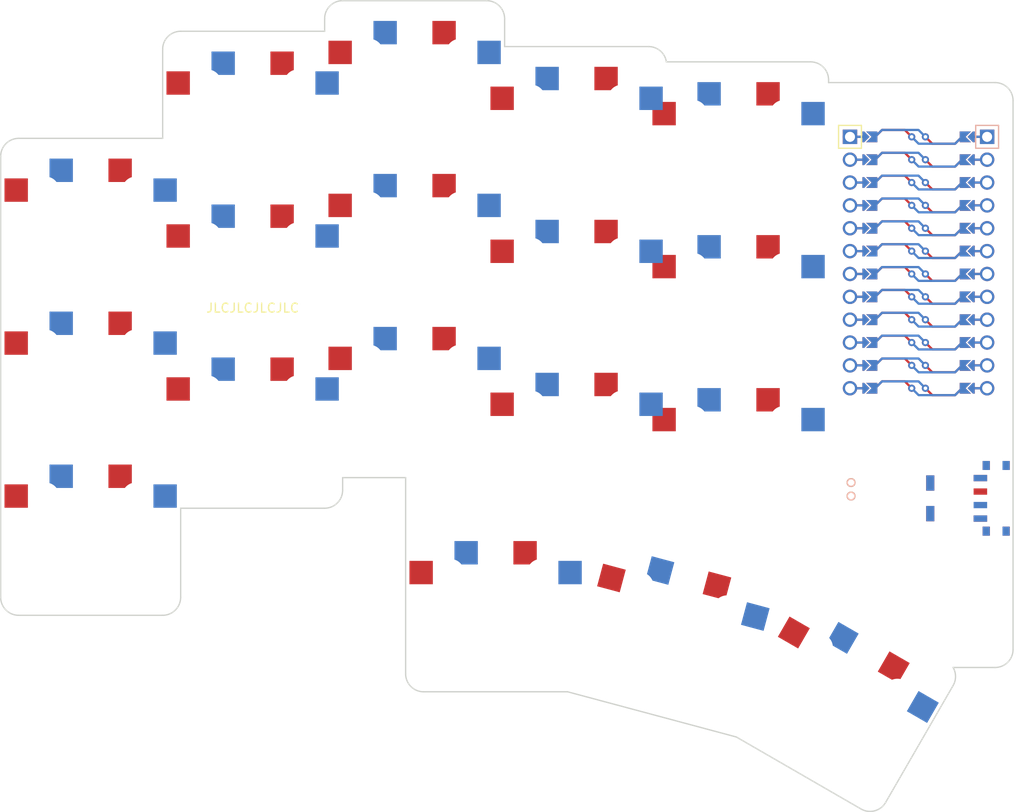
<source format=kicad_pcb>

            
(kicad_pcb (version 20171130) (host pcbnew 5.1.6)

  (page A3)
  (title_block
    (title owemekeeb)
    (rev v1.0.0)
    (company Unknown)
  )

  (general
    (thickness 1.6)
  )

  (layers
    (0 F.Cu signal)
    (31 B.Cu signal)
    (32 B.Adhes user)
    (33 F.Adhes user)
    (34 B.Paste user)
    (35 F.Paste user)
    (36 B.SilkS user)
    (37 F.SilkS user)
    (38 B.Mask user)
    (39 F.Mask user)
    (40 Dwgs.User user)
    (41 Cmts.User user)
    (42 Eco1.User user)
    (43 Eco2.User user)
    (44 Edge.Cuts user)
    (45 Margin user)
    (46 B.CrtYd user)
    (47 F.CrtYd user)
    (48 B.Fab user)
    (49 F.Fab user)
  )

  (setup
    (last_trace_width 0.25)
    (trace_clearance 0.2)
    (zone_clearance 0.508)
    (zone_45_only no)
    (trace_min 0.2)
    (via_size 0.8)
    (via_drill 0.4)
    (via_min_size 0.4)
    (via_min_drill 0.3)
    (uvia_size 0.3)
    (uvia_drill 0.1)
    (uvias_allowed no)
    (uvia_min_size 0.2)
    (uvia_min_drill 0.1)
    (edge_width 0.05)
    (segment_width 0.2)
    (pcb_text_width 0.3)
    (pcb_text_size 1.5 1.5)
    (mod_edge_width 0.12)
    (mod_text_size 1 1)
    (mod_text_width 0.15)
    (pad_size 1.524 1.524)
    (pad_drill 0.762)
    (pad_to_mask_clearance 0.05)
    (aux_axis_origin 0 0)
    (visible_elements FFFFFF7F)
    (pcbplotparams
      (layerselection 0x010fc_ffffffff)
      (usegerberextensions false)
      (usegerberattributes true)
      (usegerberadvancedattributes true)
      (creategerberjobfile true)
      (excludeedgelayer true)
      (linewidth 0.100000)
      (plotframeref false)
      (viasonmask false)
      (mode 1)
      (useauxorigin false)
      (hpglpennumber 1)
      (hpglpenspeed 20)
      (hpglpendiameter 15.000000)
      (psnegative false)
      (psa4output false)
      (plotreference true)
      (plotvalue true)
      (plotinvisibletext false)
      (padsonsilk false)
      (subtractmaskfromsilk false)
      (outputformat 1)
      (mirror false)
      (drillshape 1)
      (scaleselection 1)
      (outputdirectory ""))
  )

            (net 0 "")
(net 1 "P8")
(net 2 "GND")
(net 3 "P5")
(net 4 "P2")
(net 5 "P7")
(net 6 "P4")
(net 7 "P0")
(net 8 "P6")
(net 9 "P3")
(net 10 "P1")
(net 11 "P15")
(net 12 "P19")
(net 13 "P21")
(net 14 "P14")
(net 15 "P18")
(net 16 "P20")
(net 17 "P9")
(net 18 "P10")
(net 19 "P16")
(net 20 "RAW")
(net 21 "RST")
(net 22 "VCC")
(net 23 "pos")
            
  (net_class Default "This is the default net class."
    (clearance 0.2)
    (trace_width 0.25)
    (via_dia 0.8)
    (via_drill 0.4)
    (uvia_dia 0.3)
    (uvia_drill 0.1)
    (add_net "")
(add_net "P8")
(add_net "GND")
(add_net "P5")
(add_net "P2")
(add_net "P7")
(add_net "P4")
(add_net "P0")
(add_net "P6")
(add_net "P3")
(add_net "P1")
(add_net "P15")
(add_net "P19")
(add_net "P21")
(add_net "P14")
(add_net "P18")
(add_net "P20")
(add_net "P9")
(add_net "P10")
(add_net "P16")
(add_net "RAW")
(add_net "RST")
(add_net "VCC")
(add_net "pos")
  )

            
        
      (module PG1350 (layer F.Cu) (tedit 5DD50112)
      (at 0 0 0)

      
      (fp_text reference "S1" (at 0 0) (layer F.SilkS) hide (effects (font (size 1.27 1.27) (thickness 0.15))))
      (fp_text value "" (at 0 0) (layer F.SilkS) hide (effects (font (size 1.27 1.27) (thickness 0.15))))

      
      (fp_line (start -7 -6) (end -7 -7) (layer Dwgs.User) (width 0.15))
      (fp_line (start -7 7) (end -6 7) (layer Dwgs.User) (width 0.15))
      (fp_line (start -6 -7) (end -7 -7) (layer Dwgs.User) (width 0.15))
      (fp_line (start -7 7) (end -7 6) (layer Dwgs.User) (width 0.15))
      (fp_line (start 7 6) (end 7 7) (layer Dwgs.User) (width 0.15))
      (fp_line (start 7 -7) (end 6 -7) (layer Dwgs.User) (width 0.15))
      (fp_line (start 6 7) (end 7 7) (layer Dwgs.User) (width 0.15))
      (fp_line (start 7 -7) (end 7 -6) (layer Dwgs.User) (width 0.15))      
      
      
      (pad "" np_thru_hole circle (at 0 0) (size 3.429 3.429) (drill 3.429) (layers *.Cu *.Mask))
        
      
      (pad "" np_thru_hole circle (at 5.5 0) (size 1.7018 1.7018) (drill 1.7018) (layers *.Cu *.Mask))
      (pad "" np_thru_hole circle (at -5.5 0) (size 1.7018 1.7018) (drill 1.7018) (layers *.Cu *.Mask))
      
        
      
      (fp_line (start -9 -8.5) (end 9 -8.5) (layer Dwgs.User) (width 0.15))
      (fp_line (start 9 -8.5) (end 9 8.5) (layer Dwgs.User) (width 0.15))
      (fp_line (start 9 8.5) (end -9 8.5) (layer Dwgs.User) (width 0.15))
      (fp_line (start -9 8.5) (end -9 -8.5) (layer Dwgs.User) (width 0.15))
      
        
          
          (pad "" np_thru_hole circle (at 5 -3.75) (size 3 3) (drill 3) (layers *.Cu *.Mask))
          (pad "" np_thru_hole circle (at 0 -5.95) (size 3 3) (drill 3) (layers *.Cu *.Mask))
      
          
          (pad 1 smd rect (at -3.275 -5.95 0) (size 2.6 2.6) (layers B.Cu B.Paste B.Mask)  (net 1 "P8"))
          (pad 2 smd rect (at 8.275 -3.75 0) (size 2.6 2.6) (layers B.Cu B.Paste B.Mask)  (net 2 "GND"))
        
        
          
          (pad "" np_thru_hole circle (at -5 -3.75) (size 3 3) (drill 3) (layers *.Cu *.Mask))
          (pad "" np_thru_hole circle (at 0 -5.95) (size 3 3) (drill 3) (layers *.Cu *.Mask))
      
          
          (pad 1 smd rect (at 3.275 -5.95 0) (size 2.6 2.6) (layers F.Cu F.Paste F.Mask)  (net 1 "P8"))
          (pad 2 smd rect (at -8.275 -3.75 0) (size 2.6 2.6) (layers F.Cu F.Paste F.Mask)  (net 2 "GND"))
        )
        

        
      (module PG1350 (layer F.Cu) (tedit 5DD50112)
      (at 0 -17 0)

      
      (fp_text reference "S2" (at 0 0) (layer F.SilkS) hide (effects (font (size 1.27 1.27) (thickness 0.15))))
      (fp_text value "" (at 0 0) (layer F.SilkS) hide (effects (font (size 1.27 1.27) (thickness 0.15))))

      
      (fp_line (start -7 -6) (end -7 -7) (layer Dwgs.User) (width 0.15))
      (fp_line (start -7 7) (end -6 7) (layer Dwgs.User) (width 0.15))
      (fp_line (start -6 -7) (end -7 -7) (layer Dwgs.User) (width 0.15))
      (fp_line (start -7 7) (end -7 6) (layer Dwgs.User) (width 0.15))
      (fp_line (start 7 6) (end 7 7) (layer Dwgs.User) (width 0.15))
      (fp_line (start 7 -7) (end 6 -7) (layer Dwgs.User) (width 0.15))
      (fp_line (start 6 7) (end 7 7) (layer Dwgs.User) (width 0.15))
      (fp_line (start 7 -7) (end 7 -6) (layer Dwgs.User) (width 0.15))      
      
      
      (pad "" np_thru_hole circle (at 0 0) (size 3.429 3.429) (drill 3.429) (layers *.Cu *.Mask))
        
      
      (pad "" np_thru_hole circle (at 5.5 0) (size 1.7018 1.7018) (drill 1.7018) (layers *.Cu *.Mask))
      (pad "" np_thru_hole circle (at -5.5 0) (size 1.7018 1.7018) (drill 1.7018) (layers *.Cu *.Mask))
      
        
      
      (fp_line (start -9 -8.5) (end 9 -8.5) (layer Dwgs.User) (width 0.15))
      (fp_line (start 9 -8.5) (end 9 8.5) (layer Dwgs.User) (width 0.15))
      (fp_line (start 9 8.5) (end -9 8.5) (layer Dwgs.User) (width 0.15))
      (fp_line (start -9 8.5) (end -9 -8.5) (layer Dwgs.User) (width 0.15))
      
        
          
          (pad "" np_thru_hole circle (at 5 -3.75) (size 3 3) (drill 3) (layers *.Cu *.Mask))
          (pad "" np_thru_hole circle (at 0 -5.95) (size 3 3) (drill 3) (layers *.Cu *.Mask))
      
          
          (pad 1 smd rect (at -3.275 -5.95 0) (size 2.6 2.6) (layers B.Cu B.Paste B.Mask)  (net 3 "P5"))
          (pad 2 smd rect (at 8.275 -3.75 0) (size 2.6 2.6) (layers B.Cu B.Paste B.Mask)  (net 2 "GND"))
        
        
          
          (pad "" np_thru_hole circle (at -5 -3.75) (size 3 3) (drill 3) (layers *.Cu *.Mask))
          (pad "" np_thru_hole circle (at 0 -5.95) (size 3 3) (drill 3) (layers *.Cu *.Mask))
      
          
          (pad 1 smd rect (at 3.275 -5.95 0) (size 2.6 2.6) (layers F.Cu F.Paste F.Mask)  (net 3 "P5"))
          (pad 2 smd rect (at -8.275 -3.75 0) (size 2.6 2.6) (layers F.Cu F.Paste F.Mask)  (net 2 "GND"))
        )
        

        
      (module PG1350 (layer F.Cu) (tedit 5DD50112)
      (at 0 -34 0)

      
      (fp_text reference "S3" (at 0 0) (layer F.SilkS) hide (effects (font (size 1.27 1.27) (thickness 0.15))))
      (fp_text value "" (at 0 0) (layer F.SilkS) hide (effects (font (size 1.27 1.27) (thickness 0.15))))

      
      (fp_line (start -7 -6) (end -7 -7) (layer Dwgs.User) (width 0.15))
      (fp_line (start -7 7) (end -6 7) (layer Dwgs.User) (width 0.15))
      (fp_line (start -6 -7) (end -7 -7) (layer Dwgs.User) (width 0.15))
      (fp_line (start -7 7) (end -7 6) (layer Dwgs.User) (width 0.15))
      (fp_line (start 7 6) (end 7 7) (layer Dwgs.User) (width 0.15))
      (fp_line (start 7 -7) (end 6 -7) (layer Dwgs.User) (width 0.15))
      (fp_line (start 6 7) (end 7 7) (layer Dwgs.User) (width 0.15))
      (fp_line (start 7 -7) (end 7 -6) (layer Dwgs.User) (width 0.15))      
      
      
      (pad "" np_thru_hole circle (at 0 0) (size 3.429 3.429) (drill 3.429) (layers *.Cu *.Mask))
        
      
      (pad "" np_thru_hole circle (at 5.5 0) (size 1.7018 1.7018) (drill 1.7018) (layers *.Cu *.Mask))
      (pad "" np_thru_hole circle (at -5.5 0) (size 1.7018 1.7018) (drill 1.7018) (layers *.Cu *.Mask))
      
        
      
      (fp_line (start -9 -8.5) (end 9 -8.5) (layer Dwgs.User) (width 0.15))
      (fp_line (start 9 -8.5) (end 9 8.5) (layer Dwgs.User) (width 0.15))
      (fp_line (start 9 8.5) (end -9 8.5) (layer Dwgs.User) (width 0.15))
      (fp_line (start -9 8.5) (end -9 -8.5) (layer Dwgs.User) (width 0.15))
      
        
          
          (pad "" np_thru_hole circle (at 5 -3.75) (size 3 3) (drill 3) (layers *.Cu *.Mask))
          (pad "" np_thru_hole circle (at 0 -5.95) (size 3 3) (drill 3) (layers *.Cu *.Mask))
      
          
          (pad 1 smd rect (at -3.275 -5.95 0) (size 2.6 2.6) (layers B.Cu B.Paste B.Mask)  (net 4 "P2"))
          (pad 2 smd rect (at 8.275 -3.75 0) (size 2.6 2.6) (layers B.Cu B.Paste B.Mask)  (net 2 "GND"))
        
        
          
          (pad "" np_thru_hole circle (at -5 -3.75) (size 3 3) (drill 3) (layers *.Cu *.Mask))
          (pad "" np_thru_hole circle (at 0 -5.95) (size 3 3) (drill 3) (layers *.Cu *.Mask))
      
          
          (pad 1 smd rect (at 3.275 -5.95 0) (size 2.6 2.6) (layers F.Cu F.Paste F.Mask)  (net 4 "P2"))
          (pad 2 smd rect (at -8.275 -3.75 0) (size 2.6 2.6) (layers F.Cu F.Paste F.Mask)  (net 2 "GND"))
        )
        

        
      (module PG1350 (layer F.Cu) (tedit 5DD50112)
      (at 18 -11.9 0)

      
      (fp_text reference "S4" (at 0 0) (layer F.SilkS) hide (effects (font (size 1.27 1.27) (thickness 0.15))))
      (fp_text value "" (at 0 0) (layer F.SilkS) hide (effects (font (size 1.27 1.27) (thickness 0.15))))

      
      (fp_line (start -7 -6) (end -7 -7) (layer Dwgs.User) (width 0.15))
      (fp_line (start -7 7) (end -6 7) (layer Dwgs.User) (width 0.15))
      (fp_line (start -6 -7) (end -7 -7) (layer Dwgs.User) (width 0.15))
      (fp_line (start -7 7) (end -7 6) (layer Dwgs.User) (width 0.15))
      (fp_line (start 7 6) (end 7 7) (layer Dwgs.User) (width 0.15))
      (fp_line (start 7 -7) (end 6 -7) (layer Dwgs.User) (width 0.15))
      (fp_line (start 6 7) (end 7 7) (layer Dwgs.User) (width 0.15))
      (fp_line (start 7 -7) (end 7 -6) (layer Dwgs.User) (width 0.15))      
      
      
      (pad "" np_thru_hole circle (at 0 0) (size 3.429 3.429) (drill 3.429) (layers *.Cu *.Mask))
        
      
      (pad "" np_thru_hole circle (at 5.5 0) (size 1.7018 1.7018) (drill 1.7018) (layers *.Cu *.Mask))
      (pad "" np_thru_hole circle (at -5.5 0) (size 1.7018 1.7018) (drill 1.7018) (layers *.Cu *.Mask))
      
        
      
      (fp_line (start -9 -8.5) (end 9 -8.5) (layer Dwgs.User) (width 0.15))
      (fp_line (start 9 -8.5) (end 9 8.5) (layer Dwgs.User) (width 0.15))
      (fp_line (start 9 8.5) (end -9 8.5) (layer Dwgs.User) (width 0.15))
      (fp_line (start -9 8.5) (end -9 -8.5) (layer Dwgs.User) (width 0.15))
      
        
          
          (pad "" np_thru_hole circle (at 5 -3.75) (size 3 3) (drill 3) (layers *.Cu *.Mask))
          (pad "" np_thru_hole circle (at 0 -5.95) (size 3 3) (drill 3) (layers *.Cu *.Mask))
      
          
          (pad 1 smd rect (at -3.275 -5.95 0) (size 2.6 2.6) (layers B.Cu B.Paste B.Mask)  (net 5 "P7"))
          (pad 2 smd rect (at 8.275 -3.75 0) (size 2.6 2.6) (layers B.Cu B.Paste B.Mask)  (net 2 "GND"))
        
        
          
          (pad "" np_thru_hole circle (at -5 -3.75) (size 3 3) (drill 3) (layers *.Cu *.Mask))
          (pad "" np_thru_hole circle (at 0 -5.95) (size 3 3) (drill 3) (layers *.Cu *.Mask))
      
          
          (pad 1 smd rect (at 3.275 -5.95 0) (size 2.6 2.6) (layers F.Cu F.Paste F.Mask)  (net 5 "P7"))
          (pad 2 smd rect (at -8.275 -3.75 0) (size 2.6 2.6) (layers F.Cu F.Paste F.Mask)  (net 2 "GND"))
        )
        

        
      (module PG1350 (layer F.Cu) (tedit 5DD50112)
      (at 18 -28.9 0)

      
      (fp_text reference "S5" (at 0 0) (layer F.SilkS) hide (effects (font (size 1.27 1.27) (thickness 0.15))))
      (fp_text value "" (at 0 0) (layer F.SilkS) hide (effects (font (size 1.27 1.27) (thickness 0.15))))

      
      (fp_line (start -7 -6) (end -7 -7) (layer Dwgs.User) (width 0.15))
      (fp_line (start -7 7) (end -6 7) (layer Dwgs.User) (width 0.15))
      (fp_line (start -6 -7) (end -7 -7) (layer Dwgs.User) (width 0.15))
      (fp_line (start -7 7) (end -7 6) (layer Dwgs.User) (width 0.15))
      (fp_line (start 7 6) (end 7 7) (layer Dwgs.User) (width 0.15))
      (fp_line (start 7 -7) (end 6 -7) (layer Dwgs.User) (width 0.15))
      (fp_line (start 6 7) (end 7 7) (layer Dwgs.User) (width 0.15))
      (fp_line (start 7 -7) (end 7 -6) (layer Dwgs.User) (width 0.15))      
      
      
      (pad "" np_thru_hole circle (at 0 0) (size 3.429 3.429) (drill 3.429) (layers *.Cu *.Mask))
        
      
      (pad "" np_thru_hole circle (at 5.5 0) (size 1.7018 1.7018) (drill 1.7018) (layers *.Cu *.Mask))
      (pad "" np_thru_hole circle (at -5.5 0) (size 1.7018 1.7018) (drill 1.7018) (layers *.Cu *.Mask))
      
        
      
      (fp_line (start -9 -8.5) (end 9 -8.5) (layer Dwgs.User) (width 0.15))
      (fp_line (start 9 -8.5) (end 9 8.5) (layer Dwgs.User) (width 0.15))
      (fp_line (start 9 8.5) (end -9 8.5) (layer Dwgs.User) (width 0.15))
      (fp_line (start -9 8.5) (end -9 -8.5) (layer Dwgs.User) (width 0.15))
      
        
          
          (pad "" np_thru_hole circle (at 5 -3.75) (size 3 3) (drill 3) (layers *.Cu *.Mask))
          (pad "" np_thru_hole circle (at 0 -5.95) (size 3 3) (drill 3) (layers *.Cu *.Mask))
      
          
          (pad 1 smd rect (at -3.275 -5.95 0) (size 2.6 2.6) (layers B.Cu B.Paste B.Mask)  (net 6 "P4"))
          (pad 2 smd rect (at 8.275 -3.75 0) (size 2.6 2.6) (layers B.Cu B.Paste B.Mask)  (net 2 "GND"))
        
        
          
          (pad "" np_thru_hole circle (at -5 -3.75) (size 3 3) (drill 3) (layers *.Cu *.Mask))
          (pad "" np_thru_hole circle (at 0 -5.95) (size 3 3) (drill 3) (layers *.Cu *.Mask))
      
          
          (pad 1 smd rect (at 3.275 -5.95 0) (size 2.6 2.6) (layers F.Cu F.Paste F.Mask)  (net 6 "P4"))
          (pad 2 smd rect (at -8.275 -3.75 0) (size 2.6 2.6) (layers F.Cu F.Paste F.Mask)  (net 2 "GND"))
        )
        

        
      (module PG1350 (layer F.Cu) (tedit 5DD50112)
      (at 18 -45.9 0)

      
      (fp_text reference "S6" (at 0 0) (layer F.SilkS) hide (effects (font (size 1.27 1.27) (thickness 0.15))))
      (fp_text value "" (at 0 0) (layer F.SilkS) hide (effects (font (size 1.27 1.27) (thickness 0.15))))

      
      (fp_line (start -7 -6) (end -7 -7) (layer Dwgs.User) (width 0.15))
      (fp_line (start -7 7) (end -6 7) (layer Dwgs.User) (width 0.15))
      (fp_line (start -6 -7) (end -7 -7) (layer Dwgs.User) (width 0.15))
      (fp_line (start -7 7) (end -7 6) (layer Dwgs.User) (width 0.15))
      (fp_line (start 7 6) (end 7 7) (layer Dwgs.User) (width 0.15))
      (fp_line (start 7 -7) (end 6 -7) (layer Dwgs.User) (width 0.15))
      (fp_line (start 6 7) (end 7 7) (layer Dwgs.User) (width 0.15))
      (fp_line (start 7 -7) (end 7 -6) (layer Dwgs.User) (width 0.15))      
      
      
      (pad "" np_thru_hole circle (at 0 0) (size 3.429 3.429) (drill 3.429) (layers *.Cu *.Mask))
        
      
      (pad "" np_thru_hole circle (at 5.5 0) (size 1.7018 1.7018) (drill 1.7018) (layers *.Cu *.Mask))
      (pad "" np_thru_hole circle (at -5.5 0) (size 1.7018 1.7018) (drill 1.7018) (layers *.Cu *.Mask))
      
        
      
      (fp_line (start -9 -8.5) (end 9 -8.5) (layer Dwgs.User) (width 0.15))
      (fp_line (start 9 -8.5) (end 9 8.5) (layer Dwgs.User) (width 0.15))
      (fp_line (start 9 8.5) (end -9 8.5) (layer Dwgs.User) (width 0.15))
      (fp_line (start -9 8.5) (end -9 -8.5) (layer Dwgs.User) (width 0.15))
      
        
          
          (pad "" np_thru_hole circle (at 5 -3.75) (size 3 3) (drill 3) (layers *.Cu *.Mask))
          (pad "" np_thru_hole circle (at 0 -5.95) (size 3 3) (drill 3) (layers *.Cu *.Mask))
      
          
          (pad 1 smd rect (at -3.275 -5.95 0) (size 2.6 2.6) (layers B.Cu B.Paste B.Mask)  (net 7 "P0"))
          (pad 2 smd rect (at 8.275 -3.75 0) (size 2.6 2.6) (layers B.Cu B.Paste B.Mask)  (net 2 "GND"))
        
        
          
          (pad "" np_thru_hole circle (at -5 -3.75) (size 3 3) (drill 3) (layers *.Cu *.Mask))
          (pad "" np_thru_hole circle (at 0 -5.95) (size 3 3) (drill 3) (layers *.Cu *.Mask))
      
          
          (pad 1 smd rect (at 3.275 -5.95 0) (size 2.6 2.6) (layers F.Cu F.Paste F.Mask)  (net 7 "P0"))
          (pad 2 smd rect (at -8.275 -3.75 0) (size 2.6 2.6) (layers F.Cu F.Paste F.Mask)  (net 2 "GND"))
        )
        

        
      (module PG1350 (layer F.Cu) (tedit 5DD50112)
      (at 36 -15.3 0)

      
      (fp_text reference "S7" (at 0 0) (layer F.SilkS) hide (effects (font (size 1.27 1.27) (thickness 0.15))))
      (fp_text value "" (at 0 0) (layer F.SilkS) hide (effects (font (size 1.27 1.27) (thickness 0.15))))

      
      (fp_line (start -7 -6) (end -7 -7) (layer Dwgs.User) (width 0.15))
      (fp_line (start -7 7) (end -6 7) (layer Dwgs.User) (width 0.15))
      (fp_line (start -6 -7) (end -7 -7) (layer Dwgs.User) (width 0.15))
      (fp_line (start -7 7) (end -7 6) (layer Dwgs.User) (width 0.15))
      (fp_line (start 7 6) (end 7 7) (layer Dwgs.User) (width 0.15))
      (fp_line (start 7 -7) (end 6 -7) (layer Dwgs.User) (width 0.15))
      (fp_line (start 6 7) (end 7 7) (layer Dwgs.User) (width 0.15))
      (fp_line (start 7 -7) (end 7 -6) (layer Dwgs.User) (width 0.15))      
      
      
      (pad "" np_thru_hole circle (at 0 0) (size 3.429 3.429) (drill 3.429) (layers *.Cu *.Mask))
        
      
      (pad "" np_thru_hole circle (at 5.5 0) (size 1.7018 1.7018) (drill 1.7018) (layers *.Cu *.Mask))
      (pad "" np_thru_hole circle (at -5.5 0) (size 1.7018 1.7018) (drill 1.7018) (layers *.Cu *.Mask))
      
        
      
      (fp_line (start -9 -8.5) (end 9 -8.5) (layer Dwgs.User) (width 0.15))
      (fp_line (start 9 -8.5) (end 9 8.5) (layer Dwgs.User) (width 0.15))
      (fp_line (start 9 8.5) (end -9 8.5) (layer Dwgs.User) (width 0.15))
      (fp_line (start -9 8.5) (end -9 -8.5) (layer Dwgs.User) (width 0.15))
      
        
          
          (pad "" np_thru_hole circle (at 5 -3.75) (size 3 3) (drill 3) (layers *.Cu *.Mask))
          (pad "" np_thru_hole circle (at 0 -5.95) (size 3 3) (drill 3) (layers *.Cu *.Mask))
      
          
          (pad 1 smd rect (at -3.275 -5.95 0) (size 2.6 2.6) (layers B.Cu B.Paste B.Mask)  (net 8 "P6"))
          (pad 2 smd rect (at 8.275 -3.75 0) (size 2.6 2.6) (layers B.Cu B.Paste B.Mask)  (net 2 "GND"))
        
        
          
          (pad "" np_thru_hole circle (at -5 -3.75) (size 3 3) (drill 3) (layers *.Cu *.Mask))
          (pad "" np_thru_hole circle (at 0 -5.95) (size 3 3) (drill 3) (layers *.Cu *.Mask))
      
          
          (pad 1 smd rect (at 3.275 -5.95 0) (size 2.6 2.6) (layers F.Cu F.Paste F.Mask)  (net 8 "P6"))
          (pad 2 smd rect (at -8.275 -3.75 0) (size 2.6 2.6) (layers F.Cu F.Paste F.Mask)  (net 2 "GND"))
        )
        

        
      (module PG1350 (layer F.Cu) (tedit 5DD50112)
      (at 36 -32.3 0)

      
      (fp_text reference "S8" (at 0 0) (layer F.SilkS) hide (effects (font (size 1.27 1.27) (thickness 0.15))))
      (fp_text value "" (at 0 0) (layer F.SilkS) hide (effects (font (size 1.27 1.27) (thickness 0.15))))

      
      (fp_line (start -7 -6) (end -7 -7) (layer Dwgs.User) (width 0.15))
      (fp_line (start -7 7) (end -6 7) (layer Dwgs.User) (width 0.15))
      (fp_line (start -6 -7) (end -7 -7) (layer Dwgs.User) (width 0.15))
      (fp_line (start -7 7) (end -7 6) (layer Dwgs.User) (width 0.15))
      (fp_line (start 7 6) (end 7 7) (layer Dwgs.User) (width 0.15))
      (fp_line (start 7 -7) (end 6 -7) (layer Dwgs.User) (width 0.15))
      (fp_line (start 6 7) (end 7 7) (layer Dwgs.User) (width 0.15))
      (fp_line (start 7 -7) (end 7 -6) (layer Dwgs.User) (width 0.15))      
      
      
      (pad "" np_thru_hole circle (at 0 0) (size 3.429 3.429) (drill 3.429) (layers *.Cu *.Mask))
        
      
      (pad "" np_thru_hole circle (at 5.5 0) (size 1.7018 1.7018) (drill 1.7018) (layers *.Cu *.Mask))
      (pad "" np_thru_hole circle (at -5.5 0) (size 1.7018 1.7018) (drill 1.7018) (layers *.Cu *.Mask))
      
        
      
      (fp_line (start -9 -8.5) (end 9 -8.5) (layer Dwgs.User) (width 0.15))
      (fp_line (start 9 -8.5) (end 9 8.5) (layer Dwgs.User) (width 0.15))
      (fp_line (start 9 8.5) (end -9 8.5) (layer Dwgs.User) (width 0.15))
      (fp_line (start -9 8.5) (end -9 -8.5) (layer Dwgs.User) (width 0.15))
      
        
          
          (pad "" np_thru_hole circle (at 5 -3.75) (size 3 3) (drill 3) (layers *.Cu *.Mask))
          (pad "" np_thru_hole circle (at 0 -5.95) (size 3 3) (drill 3) (layers *.Cu *.Mask))
      
          
          (pad 1 smd rect (at -3.275 -5.95 0) (size 2.6 2.6) (layers B.Cu B.Paste B.Mask)  (net 9 "P3"))
          (pad 2 smd rect (at 8.275 -3.75 0) (size 2.6 2.6) (layers B.Cu B.Paste B.Mask)  (net 2 "GND"))
        
        
          
          (pad "" np_thru_hole circle (at -5 -3.75) (size 3 3) (drill 3) (layers *.Cu *.Mask))
          (pad "" np_thru_hole circle (at 0 -5.95) (size 3 3) (drill 3) (layers *.Cu *.Mask))
      
          
          (pad 1 smd rect (at 3.275 -5.95 0) (size 2.6 2.6) (layers F.Cu F.Paste F.Mask)  (net 9 "P3"))
          (pad 2 smd rect (at -8.275 -3.75 0) (size 2.6 2.6) (layers F.Cu F.Paste F.Mask)  (net 2 "GND"))
        )
        

        
      (module PG1350 (layer F.Cu) (tedit 5DD50112)
      (at 36 -49.3 0)

      
      (fp_text reference "S9" (at 0 0) (layer F.SilkS) hide (effects (font (size 1.27 1.27) (thickness 0.15))))
      (fp_text value "" (at 0 0) (layer F.SilkS) hide (effects (font (size 1.27 1.27) (thickness 0.15))))

      
      (fp_line (start -7 -6) (end -7 -7) (layer Dwgs.User) (width 0.15))
      (fp_line (start -7 7) (end -6 7) (layer Dwgs.User) (width 0.15))
      (fp_line (start -6 -7) (end -7 -7) (layer Dwgs.User) (width 0.15))
      (fp_line (start -7 7) (end -7 6) (layer Dwgs.User) (width 0.15))
      (fp_line (start 7 6) (end 7 7) (layer Dwgs.User) (width 0.15))
      (fp_line (start 7 -7) (end 6 -7) (layer Dwgs.User) (width 0.15))
      (fp_line (start 6 7) (end 7 7) (layer Dwgs.User) (width 0.15))
      (fp_line (start 7 -7) (end 7 -6) (layer Dwgs.User) (width 0.15))      
      
      
      (pad "" np_thru_hole circle (at 0 0) (size 3.429 3.429) (drill 3.429) (layers *.Cu *.Mask))
        
      
      (pad "" np_thru_hole circle (at 5.5 0) (size 1.7018 1.7018) (drill 1.7018) (layers *.Cu *.Mask))
      (pad "" np_thru_hole circle (at -5.5 0) (size 1.7018 1.7018) (drill 1.7018) (layers *.Cu *.Mask))
      
        
      
      (fp_line (start -9 -8.5) (end 9 -8.5) (layer Dwgs.User) (width 0.15))
      (fp_line (start 9 -8.5) (end 9 8.5) (layer Dwgs.User) (width 0.15))
      (fp_line (start 9 8.5) (end -9 8.5) (layer Dwgs.User) (width 0.15))
      (fp_line (start -9 8.5) (end -9 -8.5) (layer Dwgs.User) (width 0.15))
      
        
          
          (pad "" np_thru_hole circle (at 5 -3.75) (size 3 3) (drill 3) (layers *.Cu *.Mask))
          (pad "" np_thru_hole circle (at 0 -5.95) (size 3 3) (drill 3) (layers *.Cu *.Mask))
      
          
          (pad 1 smd rect (at -3.275 -5.95 0) (size 2.6 2.6) (layers B.Cu B.Paste B.Mask)  (net 10 "P1"))
          (pad 2 smd rect (at 8.275 -3.75 0) (size 2.6 2.6) (layers B.Cu B.Paste B.Mask)  (net 2 "GND"))
        
        
          
          (pad "" np_thru_hole circle (at -5 -3.75) (size 3 3) (drill 3) (layers *.Cu *.Mask))
          (pad "" np_thru_hole circle (at 0 -5.95) (size 3 3) (drill 3) (layers *.Cu *.Mask))
      
          
          (pad 1 smd rect (at 3.275 -5.95 0) (size 2.6 2.6) (layers F.Cu F.Paste F.Mask)  (net 10 "P1"))
          (pad 2 smd rect (at -8.275 -3.75 0) (size 2.6 2.6) (layers F.Cu F.Paste F.Mask)  (net 2 "GND"))
        )
        

        
      (module PG1350 (layer F.Cu) (tedit 5DD50112)
      (at 54 -10.2 0)

      
      (fp_text reference "S10" (at 0 0) (layer F.SilkS) hide (effects (font (size 1.27 1.27) (thickness 0.15))))
      (fp_text value "" (at 0 0) (layer F.SilkS) hide (effects (font (size 1.27 1.27) (thickness 0.15))))

      
      (fp_line (start -7 -6) (end -7 -7) (layer Dwgs.User) (width 0.15))
      (fp_line (start -7 7) (end -6 7) (layer Dwgs.User) (width 0.15))
      (fp_line (start -6 -7) (end -7 -7) (layer Dwgs.User) (width 0.15))
      (fp_line (start -7 7) (end -7 6) (layer Dwgs.User) (width 0.15))
      (fp_line (start 7 6) (end 7 7) (layer Dwgs.User) (width 0.15))
      (fp_line (start 7 -7) (end 6 -7) (layer Dwgs.User) (width 0.15))
      (fp_line (start 6 7) (end 7 7) (layer Dwgs.User) (width 0.15))
      (fp_line (start 7 -7) (end 7 -6) (layer Dwgs.User) (width 0.15))      
      
      
      (pad "" np_thru_hole circle (at 0 0) (size 3.429 3.429) (drill 3.429) (layers *.Cu *.Mask))
        
      
      (pad "" np_thru_hole circle (at 5.5 0) (size 1.7018 1.7018) (drill 1.7018) (layers *.Cu *.Mask))
      (pad "" np_thru_hole circle (at -5.5 0) (size 1.7018 1.7018) (drill 1.7018) (layers *.Cu *.Mask))
      
        
      
      (fp_line (start -9 -8.5) (end 9 -8.5) (layer Dwgs.User) (width 0.15))
      (fp_line (start 9 -8.5) (end 9 8.5) (layer Dwgs.User) (width 0.15))
      (fp_line (start 9 8.5) (end -9 8.5) (layer Dwgs.User) (width 0.15))
      (fp_line (start -9 8.5) (end -9 -8.5) (layer Dwgs.User) (width 0.15))
      
        
          
          (pad "" np_thru_hole circle (at 5 -3.75) (size 3 3) (drill 3) (layers *.Cu *.Mask))
          (pad "" np_thru_hole circle (at 0 -5.95) (size 3 3) (drill 3) (layers *.Cu *.Mask))
      
          
          (pad 1 smd rect (at -3.275 -5.95 0) (size 2.6 2.6) (layers B.Cu B.Paste B.Mask)  (net 11 "P15"))
          (pad 2 smd rect (at 8.275 -3.75 0) (size 2.6 2.6) (layers B.Cu B.Paste B.Mask)  (net 2 "GND"))
        
        
          
          (pad "" np_thru_hole circle (at -5 -3.75) (size 3 3) (drill 3) (layers *.Cu *.Mask))
          (pad "" np_thru_hole circle (at 0 -5.95) (size 3 3) (drill 3) (layers *.Cu *.Mask))
      
          
          (pad 1 smd rect (at 3.275 -5.95 0) (size 2.6 2.6) (layers F.Cu F.Paste F.Mask)  (net 11 "P15"))
          (pad 2 smd rect (at -8.275 -3.75 0) (size 2.6 2.6) (layers F.Cu F.Paste F.Mask)  (net 2 "GND"))
        )
        

        
      (module PG1350 (layer F.Cu) (tedit 5DD50112)
      (at 54 -27.2 0)

      
      (fp_text reference "S11" (at 0 0) (layer F.SilkS) hide (effects (font (size 1.27 1.27) (thickness 0.15))))
      (fp_text value "" (at 0 0) (layer F.SilkS) hide (effects (font (size 1.27 1.27) (thickness 0.15))))

      
      (fp_line (start -7 -6) (end -7 -7) (layer Dwgs.User) (width 0.15))
      (fp_line (start -7 7) (end -6 7) (layer Dwgs.User) (width 0.15))
      (fp_line (start -6 -7) (end -7 -7) (layer Dwgs.User) (width 0.15))
      (fp_line (start -7 7) (end -7 6) (layer Dwgs.User) (width 0.15))
      (fp_line (start 7 6) (end 7 7) (layer Dwgs.User) (width 0.15))
      (fp_line (start 7 -7) (end 6 -7) (layer Dwgs.User) (width 0.15))
      (fp_line (start 6 7) (end 7 7) (layer Dwgs.User) (width 0.15))
      (fp_line (start 7 -7) (end 7 -6) (layer Dwgs.User) (width 0.15))      
      
      
      (pad "" np_thru_hole circle (at 0 0) (size 3.429 3.429) (drill 3.429) (layers *.Cu *.Mask))
        
      
      (pad "" np_thru_hole circle (at 5.5 0) (size 1.7018 1.7018) (drill 1.7018) (layers *.Cu *.Mask))
      (pad "" np_thru_hole circle (at -5.5 0) (size 1.7018 1.7018) (drill 1.7018) (layers *.Cu *.Mask))
      
        
      
      (fp_line (start -9 -8.5) (end 9 -8.5) (layer Dwgs.User) (width 0.15))
      (fp_line (start 9 -8.5) (end 9 8.5) (layer Dwgs.User) (width 0.15))
      (fp_line (start 9 8.5) (end -9 8.5) (layer Dwgs.User) (width 0.15))
      (fp_line (start -9 8.5) (end -9 -8.5) (layer Dwgs.User) (width 0.15))
      
        
          
          (pad "" np_thru_hole circle (at 5 -3.75) (size 3 3) (drill 3) (layers *.Cu *.Mask))
          (pad "" np_thru_hole circle (at 0 -5.95) (size 3 3) (drill 3) (layers *.Cu *.Mask))
      
          
          (pad 1 smd rect (at -3.275 -5.95 0) (size 2.6 2.6) (layers B.Cu B.Paste B.Mask)  (net 12 "P19"))
          (pad 2 smd rect (at 8.275 -3.75 0) (size 2.6 2.6) (layers B.Cu B.Paste B.Mask)  (net 2 "GND"))
        
        
          
          (pad "" np_thru_hole circle (at -5 -3.75) (size 3 3) (drill 3) (layers *.Cu *.Mask))
          (pad "" np_thru_hole circle (at 0 -5.95) (size 3 3) (drill 3) (layers *.Cu *.Mask))
      
          
          (pad 1 smd rect (at 3.275 -5.95 0) (size 2.6 2.6) (layers F.Cu F.Paste F.Mask)  (net 12 "P19"))
          (pad 2 smd rect (at -8.275 -3.75 0) (size 2.6 2.6) (layers F.Cu F.Paste F.Mask)  (net 2 "GND"))
        )
        

        
      (module PG1350 (layer F.Cu) (tedit 5DD50112)
      (at 54 -44.2 0)

      
      (fp_text reference "S12" (at 0 0) (layer F.SilkS) hide (effects (font (size 1.27 1.27) (thickness 0.15))))
      (fp_text value "" (at 0 0) (layer F.SilkS) hide (effects (font (size 1.27 1.27) (thickness 0.15))))

      
      (fp_line (start -7 -6) (end -7 -7) (layer Dwgs.User) (width 0.15))
      (fp_line (start -7 7) (end -6 7) (layer Dwgs.User) (width 0.15))
      (fp_line (start -6 -7) (end -7 -7) (layer Dwgs.User) (width 0.15))
      (fp_line (start -7 7) (end -7 6) (layer Dwgs.User) (width 0.15))
      (fp_line (start 7 6) (end 7 7) (layer Dwgs.User) (width 0.15))
      (fp_line (start 7 -7) (end 6 -7) (layer Dwgs.User) (width 0.15))
      (fp_line (start 6 7) (end 7 7) (layer Dwgs.User) (width 0.15))
      (fp_line (start 7 -7) (end 7 -6) (layer Dwgs.User) (width 0.15))      
      
      
      (pad "" np_thru_hole circle (at 0 0) (size 3.429 3.429) (drill 3.429) (layers *.Cu *.Mask))
        
      
      (pad "" np_thru_hole circle (at 5.5 0) (size 1.7018 1.7018) (drill 1.7018) (layers *.Cu *.Mask))
      (pad "" np_thru_hole circle (at -5.5 0) (size 1.7018 1.7018) (drill 1.7018) (layers *.Cu *.Mask))
      
        
      
      (fp_line (start -9 -8.5) (end 9 -8.5) (layer Dwgs.User) (width 0.15))
      (fp_line (start 9 -8.5) (end 9 8.5) (layer Dwgs.User) (width 0.15))
      (fp_line (start 9 8.5) (end -9 8.5) (layer Dwgs.User) (width 0.15))
      (fp_line (start -9 8.5) (end -9 -8.5) (layer Dwgs.User) (width 0.15))
      
        
          
          (pad "" np_thru_hole circle (at 5 -3.75) (size 3 3) (drill 3) (layers *.Cu *.Mask))
          (pad "" np_thru_hole circle (at 0 -5.95) (size 3 3) (drill 3) (layers *.Cu *.Mask))
      
          
          (pad 1 smd rect (at -3.275 -5.95 0) (size 2.6 2.6) (layers B.Cu B.Paste B.Mask)  (net 13 "P21"))
          (pad 2 smd rect (at 8.275 -3.75 0) (size 2.6 2.6) (layers B.Cu B.Paste B.Mask)  (net 2 "GND"))
        
        
          
          (pad "" np_thru_hole circle (at -5 -3.75) (size 3 3) (drill 3) (layers *.Cu *.Mask))
          (pad "" np_thru_hole circle (at 0 -5.95) (size 3 3) (drill 3) (layers *.Cu *.Mask))
      
          
          (pad 1 smd rect (at 3.275 -5.95 0) (size 2.6 2.6) (layers F.Cu F.Paste F.Mask)  (net 13 "P21"))
          (pad 2 smd rect (at -8.275 -3.75 0) (size 2.6 2.6) (layers F.Cu F.Paste F.Mask)  (net 2 "GND"))
        )
        

        
      (module PG1350 (layer F.Cu) (tedit 5DD50112)
      (at 72 -8.5 0)

      
      (fp_text reference "S13" (at 0 0) (layer F.SilkS) hide (effects (font (size 1.27 1.27) (thickness 0.15))))
      (fp_text value "" (at 0 0) (layer F.SilkS) hide (effects (font (size 1.27 1.27) (thickness 0.15))))

      
      (fp_line (start -7 -6) (end -7 -7) (layer Dwgs.User) (width 0.15))
      (fp_line (start -7 7) (end -6 7) (layer Dwgs.User) (width 0.15))
      (fp_line (start -6 -7) (end -7 -7) (layer Dwgs.User) (width 0.15))
      (fp_line (start -7 7) (end -7 6) (layer Dwgs.User) (width 0.15))
      (fp_line (start 7 6) (end 7 7) (layer Dwgs.User) (width 0.15))
      (fp_line (start 7 -7) (end 6 -7) (layer Dwgs.User) (width 0.15))
      (fp_line (start 6 7) (end 7 7) (layer Dwgs.User) (width 0.15))
      (fp_line (start 7 -7) (end 7 -6) (layer Dwgs.User) (width 0.15))      
      
      
      (pad "" np_thru_hole circle (at 0 0) (size 3.429 3.429) (drill 3.429) (layers *.Cu *.Mask))
        
      
      (pad "" np_thru_hole circle (at 5.5 0) (size 1.7018 1.7018) (drill 1.7018) (layers *.Cu *.Mask))
      (pad "" np_thru_hole circle (at -5.5 0) (size 1.7018 1.7018) (drill 1.7018) (layers *.Cu *.Mask))
      
        
      
      (fp_line (start -9 -8.5) (end 9 -8.5) (layer Dwgs.User) (width 0.15))
      (fp_line (start 9 -8.5) (end 9 8.5) (layer Dwgs.User) (width 0.15))
      (fp_line (start 9 8.5) (end -9 8.5) (layer Dwgs.User) (width 0.15))
      (fp_line (start -9 8.5) (end -9 -8.5) (layer Dwgs.User) (width 0.15))
      
        
          
          (pad "" np_thru_hole circle (at 5 -3.75) (size 3 3) (drill 3) (layers *.Cu *.Mask))
          (pad "" np_thru_hole circle (at 0 -5.95) (size 3 3) (drill 3) (layers *.Cu *.Mask))
      
          
          (pad 1 smd rect (at -3.275 -5.95 0) (size 2.6 2.6) (layers B.Cu B.Paste B.Mask)  (net 14 "P14"))
          (pad 2 smd rect (at 8.275 -3.75 0) (size 2.6 2.6) (layers B.Cu B.Paste B.Mask)  (net 2 "GND"))
        
        
          
          (pad "" np_thru_hole circle (at -5 -3.75) (size 3 3) (drill 3) (layers *.Cu *.Mask))
          (pad "" np_thru_hole circle (at 0 -5.95) (size 3 3) (drill 3) (layers *.Cu *.Mask))
      
          
          (pad 1 smd rect (at 3.275 -5.95 0) (size 2.6 2.6) (layers F.Cu F.Paste F.Mask)  (net 14 "P14"))
          (pad 2 smd rect (at -8.275 -3.75 0) (size 2.6 2.6) (layers F.Cu F.Paste F.Mask)  (net 2 "GND"))
        )
        

        
      (module PG1350 (layer F.Cu) (tedit 5DD50112)
      (at 72 -25.5 0)

      
      (fp_text reference "S14" (at 0 0) (layer F.SilkS) hide (effects (font (size 1.27 1.27) (thickness 0.15))))
      (fp_text value "" (at 0 0) (layer F.SilkS) hide (effects (font (size 1.27 1.27) (thickness 0.15))))

      
      (fp_line (start -7 -6) (end -7 -7) (layer Dwgs.User) (width 0.15))
      (fp_line (start -7 7) (end -6 7) (layer Dwgs.User) (width 0.15))
      (fp_line (start -6 -7) (end -7 -7) (layer Dwgs.User) (width 0.15))
      (fp_line (start -7 7) (end -7 6) (layer Dwgs.User) (width 0.15))
      (fp_line (start 7 6) (end 7 7) (layer Dwgs.User) (width 0.15))
      (fp_line (start 7 -7) (end 6 -7) (layer Dwgs.User) (width 0.15))
      (fp_line (start 6 7) (end 7 7) (layer Dwgs.User) (width 0.15))
      (fp_line (start 7 -7) (end 7 -6) (layer Dwgs.User) (width 0.15))      
      
      
      (pad "" np_thru_hole circle (at 0 0) (size 3.429 3.429) (drill 3.429) (layers *.Cu *.Mask))
        
      
      (pad "" np_thru_hole circle (at 5.5 0) (size 1.7018 1.7018) (drill 1.7018) (layers *.Cu *.Mask))
      (pad "" np_thru_hole circle (at -5.5 0) (size 1.7018 1.7018) (drill 1.7018) (layers *.Cu *.Mask))
      
        
      
      (fp_line (start -9 -8.5) (end 9 -8.5) (layer Dwgs.User) (width 0.15))
      (fp_line (start 9 -8.5) (end 9 8.5) (layer Dwgs.User) (width 0.15))
      (fp_line (start 9 8.5) (end -9 8.5) (layer Dwgs.User) (width 0.15))
      (fp_line (start -9 8.5) (end -9 -8.5) (layer Dwgs.User) (width 0.15))
      
        
          
          (pad "" np_thru_hole circle (at 5 -3.75) (size 3 3) (drill 3) (layers *.Cu *.Mask))
          (pad "" np_thru_hole circle (at 0 -5.95) (size 3 3) (drill 3) (layers *.Cu *.Mask))
      
          
          (pad 1 smd rect (at -3.275 -5.95 0) (size 2.6 2.6) (layers B.Cu B.Paste B.Mask)  (net 15 "P18"))
          (pad 2 smd rect (at 8.275 -3.75 0) (size 2.6 2.6) (layers B.Cu B.Paste B.Mask)  (net 2 "GND"))
        
        
          
          (pad "" np_thru_hole circle (at -5 -3.75) (size 3 3) (drill 3) (layers *.Cu *.Mask))
          (pad "" np_thru_hole circle (at 0 -5.95) (size 3 3) (drill 3) (layers *.Cu *.Mask))
      
          
          (pad 1 smd rect (at 3.275 -5.95 0) (size 2.6 2.6) (layers F.Cu F.Paste F.Mask)  (net 15 "P18"))
          (pad 2 smd rect (at -8.275 -3.75 0) (size 2.6 2.6) (layers F.Cu F.Paste F.Mask)  (net 2 "GND"))
        )
        

        
      (module PG1350 (layer F.Cu) (tedit 5DD50112)
      (at 72 -42.5 0)

      
      (fp_text reference "S15" (at 0 0) (layer F.SilkS) hide (effects (font (size 1.27 1.27) (thickness 0.15))))
      (fp_text value "" (at 0 0) (layer F.SilkS) hide (effects (font (size 1.27 1.27) (thickness 0.15))))

      
      (fp_line (start -7 -6) (end -7 -7) (layer Dwgs.User) (width 0.15))
      (fp_line (start -7 7) (end -6 7) (layer Dwgs.User) (width 0.15))
      (fp_line (start -6 -7) (end -7 -7) (layer Dwgs.User) (width 0.15))
      (fp_line (start -7 7) (end -7 6) (layer Dwgs.User) (width 0.15))
      (fp_line (start 7 6) (end 7 7) (layer Dwgs.User) (width 0.15))
      (fp_line (start 7 -7) (end 6 -7) (layer Dwgs.User) (width 0.15))
      (fp_line (start 6 7) (end 7 7) (layer Dwgs.User) (width 0.15))
      (fp_line (start 7 -7) (end 7 -6) (layer Dwgs.User) (width 0.15))      
      
      
      (pad "" np_thru_hole circle (at 0 0) (size 3.429 3.429) (drill 3.429) (layers *.Cu *.Mask))
        
      
      (pad "" np_thru_hole circle (at 5.5 0) (size 1.7018 1.7018) (drill 1.7018) (layers *.Cu *.Mask))
      (pad "" np_thru_hole circle (at -5.5 0) (size 1.7018 1.7018) (drill 1.7018) (layers *.Cu *.Mask))
      
        
      
      (fp_line (start -9 -8.5) (end 9 -8.5) (layer Dwgs.User) (width 0.15))
      (fp_line (start 9 -8.5) (end 9 8.5) (layer Dwgs.User) (width 0.15))
      (fp_line (start 9 8.5) (end -9 8.5) (layer Dwgs.User) (width 0.15))
      (fp_line (start -9 8.5) (end -9 -8.5) (layer Dwgs.User) (width 0.15))
      
        
          
          (pad "" np_thru_hole circle (at 5 -3.75) (size 3 3) (drill 3) (layers *.Cu *.Mask))
          (pad "" np_thru_hole circle (at 0 -5.95) (size 3 3) (drill 3) (layers *.Cu *.Mask))
      
          
          (pad 1 smd rect (at -3.275 -5.95 0) (size 2.6 2.6) (layers B.Cu B.Paste B.Mask)  (net 16 "P20"))
          (pad 2 smd rect (at 8.275 -3.75 0) (size 2.6 2.6) (layers B.Cu B.Paste B.Mask)  (net 2 "GND"))
        
        
          
          (pad "" np_thru_hole circle (at -5 -3.75) (size 3 3) (drill 3) (layers *.Cu *.Mask))
          (pad "" np_thru_hole circle (at 0 -5.95) (size 3 3) (drill 3) (layers *.Cu *.Mask))
      
          
          (pad 1 smd rect (at 3.275 -5.95 0) (size 2.6 2.6) (layers F.Cu F.Paste F.Mask)  (net 16 "P20"))
          (pad 2 smd rect (at -8.275 -3.75 0) (size 2.6 2.6) (layers F.Cu F.Paste F.Mask)  (net 2 "GND"))
        )
        

        
      (module PG1350 (layer F.Cu) (tedit 5DD50112)
      (at 45 8.5 0)

      
      (fp_text reference "S16" (at 0 0) (layer F.SilkS) hide (effects (font (size 1.27 1.27) (thickness 0.15))))
      (fp_text value "" (at 0 0) (layer F.SilkS) hide (effects (font (size 1.27 1.27) (thickness 0.15))))

      
      (fp_line (start -7 -6) (end -7 -7) (layer Dwgs.User) (width 0.15))
      (fp_line (start -7 7) (end -6 7) (layer Dwgs.User) (width 0.15))
      (fp_line (start -6 -7) (end -7 -7) (layer Dwgs.User) (width 0.15))
      (fp_line (start -7 7) (end -7 6) (layer Dwgs.User) (width 0.15))
      (fp_line (start 7 6) (end 7 7) (layer Dwgs.User) (width 0.15))
      (fp_line (start 7 -7) (end 6 -7) (layer Dwgs.User) (width 0.15))
      (fp_line (start 6 7) (end 7 7) (layer Dwgs.User) (width 0.15))
      (fp_line (start 7 -7) (end 7 -6) (layer Dwgs.User) (width 0.15))      
      
      
      (pad "" np_thru_hole circle (at 0 0) (size 3.429 3.429) (drill 3.429) (layers *.Cu *.Mask))
        
      
      (pad "" np_thru_hole circle (at 5.5 0) (size 1.7018 1.7018) (drill 1.7018) (layers *.Cu *.Mask))
      (pad "" np_thru_hole circle (at -5.5 0) (size 1.7018 1.7018) (drill 1.7018) (layers *.Cu *.Mask))
      
        
      
      (fp_line (start -9 -8.5) (end 9 -8.5) (layer Dwgs.User) (width 0.15))
      (fp_line (start 9 -8.5) (end 9 8.5) (layer Dwgs.User) (width 0.15))
      (fp_line (start 9 8.5) (end -9 8.5) (layer Dwgs.User) (width 0.15))
      (fp_line (start -9 8.5) (end -9 -8.5) (layer Dwgs.User) (width 0.15))
      
        
          
          (pad "" np_thru_hole circle (at 5 -3.75) (size 3 3) (drill 3) (layers *.Cu *.Mask))
          (pad "" np_thru_hole circle (at 0 -5.95) (size 3 3) (drill 3) (layers *.Cu *.Mask))
      
          
          (pad 1 smd rect (at -3.275 -5.95 0) (size 2.6 2.6) (layers B.Cu B.Paste B.Mask)  (net 17 "P9"))
          (pad 2 smd rect (at 8.275 -3.75 0) (size 2.6 2.6) (layers B.Cu B.Paste B.Mask)  (net 2 "GND"))
        
        
          
          (pad "" np_thru_hole circle (at -5 -3.75) (size 3 3) (drill 3) (layers *.Cu *.Mask))
          (pad "" np_thru_hole circle (at 0 -5.95) (size 3 3) (drill 3) (layers *.Cu *.Mask))
      
          
          (pad 1 smd rect (at 3.275 -5.95 0) (size 2.6 2.6) (layers F.Cu F.Paste F.Mask)  (net 17 "P9"))
          (pad 2 smd rect (at -8.275 -3.75 0) (size 2.6 2.6) (layers F.Cu F.Paste F.Mask)  (net 2 "GND"))
        )
        

        
      (module PG1350 (layer F.Cu) (tedit 5DD50112)
      (at 64.89329430000001 11.1190019 -15)

      
      (fp_text reference "S17" (at 0 0) (layer F.SilkS) hide (effects (font (size 1.27 1.27) (thickness 0.15))))
      (fp_text value "" (at 0 0) (layer F.SilkS) hide (effects (font (size 1.27 1.27) (thickness 0.15))))

      
      (fp_line (start -7 -6) (end -7 -7) (layer Dwgs.User) (width 0.15))
      (fp_line (start -7 7) (end -6 7) (layer Dwgs.User) (width 0.15))
      (fp_line (start -6 -7) (end -7 -7) (layer Dwgs.User) (width 0.15))
      (fp_line (start -7 7) (end -7 6) (layer Dwgs.User) (width 0.15))
      (fp_line (start 7 6) (end 7 7) (layer Dwgs.User) (width 0.15))
      (fp_line (start 7 -7) (end 6 -7) (layer Dwgs.User) (width 0.15))
      (fp_line (start 6 7) (end 7 7) (layer Dwgs.User) (width 0.15))
      (fp_line (start 7 -7) (end 7 -6) (layer Dwgs.User) (width 0.15))      
      
      
      (pad "" np_thru_hole circle (at 0 0) (size 3.429 3.429) (drill 3.429) (layers *.Cu *.Mask))
        
      
      (pad "" np_thru_hole circle (at 5.5 0) (size 1.7018 1.7018) (drill 1.7018) (layers *.Cu *.Mask))
      (pad "" np_thru_hole circle (at -5.5 0) (size 1.7018 1.7018) (drill 1.7018) (layers *.Cu *.Mask))
      
        
      
      (fp_line (start -9 -8.5) (end 9 -8.5) (layer Dwgs.User) (width 0.15))
      (fp_line (start 9 -8.5) (end 9 8.5) (layer Dwgs.User) (width 0.15))
      (fp_line (start 9 8.5) (end -9 8.5) (layer Dwgs.User) (width 0.15))
      (fp_line (start -9 8.5) (end -9 -8.5) (layer Dwgs.User) (width 0.15))
      
        
          
          (pad "" np_thru_hole circle (at 5 -3.75) (size 3 3) (drill 3) (layers *.Cu *.Mask))
          (pad "" np_thru_hole circle (at 0 -5.95) (size 3 3) (drill 3) (layers *.Cu *.Mask))
      
          
          (pad 1 smd rect (at -3.275 -5.95 -15) (size 2.6 2.6) (layers B.Cu B.Paste B.Mask)  (net 18 "P10"))
          (pad 2 smd rect (at 8.275 -3.75 -15) (size 2.6 2.6) (layers B.Cu B.Paste B.Mask)  (net 2 "GND"))
        
        
          
          (pad "" np_thru_hole circle (at -5 -3.75) (size 3 3) (drill 3) (layers *.Cu *.Mask))
          (pad "" np_thru_hole circle (at 0 -5.95) (size 3 3) (drill 3) (layers *.Cu *.Mask))
      
          
          (pad 1 smd rect (at 3.275 -5.95 -15) (size 2.6 2.6) (layers F.Cu F.Paste F.Mask)  (net 18 "P10"))
          (pad 2 smd rect (at -8.275 -3.75 -15) (size 2.6 2.6) (layers F.Cu F.Paste F.Mask)  (net 2 "GND"))
        )
        

        
      (module PG1350 (layer F.Cu) (tedit 5DD50112)
      (at 83.4308935 18.797526899999998 -30)

      
      (fp_text reference "S18" (at 0 0) (layer F.SilkS) hide (effects (font (size 1.27 1.27) (thickness 0.15))))
      (fp_text value "" (at 0 0) (layer F.SilkS) hide (effects (font (size 1.27 1.27) (thickness 0.15))))

      
      (fp_line (start -7 -6) (end -7 -7) (layer Dwgs.User) (width 0.15))
      (fp_line (start -7 7) (end -6 7) (layer Dwgs.User) (width 0.15))
      (fp_line (start -6 -7) (end -7 -7) (layer Dwgs.User) (width 0.15))
      (fp_line (start -7 7) (end -7 6) (layer Dwgs.User) (width 0.15))
      (fp_line (start 7 6) (end 7 7) (layer Dwgs.User) (width 0.15))
      (fp_line (start 7 -7) (end 6 -7) (layer Dwgs.User) (width 0.15))
      (fp_line (start 6 7) (end 7 7) (layer Dwgs.User) (width 0.15))
      (fp_line (start 7 -7) (end 7 -6) (layer Dwgs.User) (width 0.15))      
      
      
      (pad "" np_thru_hole circle (at 0 0) (size 3.429 3.429) (drill 3.429) (layers *.Cu *.Mask))
        
      
      (pad "" np_thru_hole circle (at 5.5 0) (size 1.7018 1.7018) (drill 1.7018) (layers *.Cu *.Mask))
      (pad "" np_thru_hole circle (at -5.5 0) (size 1.7018 1.7018) (drill 1.7018) (layers *.Cu *.Mask))
      
        
      
      (fp_line (start -9 -8.5) (end 9 -8.5) (layer Dwgs.User) (width 0.15))
      (fp_line (start 9 -8.5) (end 9 8.5) (layer Dwgs.User) (width 0.15))
      (fp_line (start 9 8.5) (end -9 8.5) (layer Dwgs.User) (width 0.15))
      (fp_line (start -9 8.5) (end -9 -8.5) (layer Dwgs.User) (width 0.15))
      
        
          
          (pad "" np_thru_hole circle (at 5 -3.75) (size 3 3) (drill 3) (layers *.Cu *.Mask))
          (pad "" np_thru_hole circle (at 0 -5.95) (size 3 3) (drill 3) (layers *.Cu *.Mask))
      
          
          (pad 1 smd rect (at -3.275 -5.95 -30) (size 2.6 2.6) (layers B.Cu B.Paste B.Mask)  (net 19 "P16"))
          (pad 2 smd rect (at 8.275 -3.75 -30) (size 2.6 2.6) (layers B.Cu B.Paste B.Mask)  (net 2 "GND"))
        
        
          
          (pad "" np_thru_hole circle (at -5 -3.75) (size 3 3) (drill 3) (layers *.Cu *.Mask))
          (pad "" np_thru_hole circle (at 0 -5.95) (size 3 3) (drill 3) (layers *.Cu *.Mask))
      
          
          (pad 1 smd rect (at 3.275 -5.95 -30) (size 2.6 2.6) (layers F.Cu F.Paste F.Mask)  (net 19 "P16"))
          (pad 2 smd rect (at -8.275 -3.75 -30) (size 2.6 2.6) (layers F.Cu F.Paste F.Mask)  (net 2 "GND"))
        )
        

    (module ProMicro (layer F.Cu) (tedit 6135B927)
      (at 92 -29.7 270)

    
    (descr "Solder-jumper reversible Pro Micro footprint")
    (tags "promicro ProMicro reversible solder jumper")
    (fp_text reference "MCU1" (at -16.256 -0.254 360) (layer F.SilkS) hide
      (effects (font (size 1 1) (thickness 0.15)))
    )

    
    (fp_line (start -15.24 6.35) (end -12.7 6.35) (layer F.SilkS) (width 0.15))
    (fp_line (start -15.24 6.35) (end -15.24 8.89) (layer F.SilkS) (width 0.15))
    (fp_line (start -12.7 6.35) (end -12.7 8.89) (layer F.SilkS) (width 0.15))
    (fp_line (start -12.7 8.89) (end -15.24 8.89) (layer F.SilkS) (width 0.15))
    (fp_line (start -15.24 -6.35) (end -12.7 -6.35) (layer B.SilkS) (width 0.15))
    (fp_line (start -15.24 -6.35) (end -15.24 -8.89) (layer B.SilkS) (width 0.15))
    (fp_line (start -12.7 -6.35) (end -12.7 -8.89) (layer B.SilkS) (width 0.15))
    (fp_line (start -12.7 -8.89) (end -15.24 -8.89) (layer B.SilkS) (width 0.15))

    
    (fp_line (start -19.304 -3.81) (end -14.224 -3.81) (layer Dwgs.User) (width 0.15))
    (fp_line (start -19.304 3.81) (end -19.304 -3.81) (layer Dwgs.User) (width 0.15))
    (fp_line (start -14.224 3.81) (end -19.304 3.81) (layer Dwgs.User) (width 0.15))
    (fp_line (start -14.224 -3.81) (end -14.224 3.81) (layer Dwgs.User) (width 0.15))

    (fp_circle (center 13.97 0.762) (end 14.095 0.762) (layer B.Mask) (width 0.25))
    (fp_circle (center 13.97 0.762) (end 14.095 0.762) (layer F.Mask) (width 0.25))
    (fp_circle (center 13.97 -0.762) (end 14.095 -0.762) (layer B.Mask) (width 0.25))
    (fp_circle (center 13.97 -0.762) (end 14.095 -0.762) (layer F.Mask) (width 0.25))
    (fp_circle (center 11.43 0.762) (end 11.555 0.762) (layer B.Mask) (width 0.25))
    (fp_circle (center 11.43 0.762) (end 11.555 0.762) (layer F.Mask) (width 0.25))
    (fp_circle (center 11.43 -0.762) (end 11.555 -0.762) (layer B.Mask) (width 0.25))
    (fp_circle (center 11.43 -0.762) (end 11.555 -0.762) (layer F.Mask) (width 0.25))
    (fp_circle (center 8.89 0.762) (end 9.015 0.762) (layer B.Mask) (width 0.25))
    (fp_circle (center 8.89 0.762) (end 9.015 0.762) (layer F.Mask) (width 0.25))
    (fp_circle (center 8.89 -0.762) (end 9.015 -0.762) (layer B.Mask) (width 0.25))
    (fp_circle (center 8.89 -0.762) (end 9.015 -0.762) (layer F.Mask) (width 0.25))
    (fp_circle (center 6.35 0.762) (end 6.475 0.762) (layer B.Mask) (width 0.25))
    (fp_circle (center 6.35 0.762) (end 6.475 0.762) (layer F.Mask) (width 0.25))
    (fp_circle (center 6.35 -0.762) (end 6.475 -0.762) (layer B.Mask) (width 0.25))
    (fp_circle (center 6.35 -0.762) (end 6.475 -0.762) (layer F.Mask) (width 0.25))
    (fp_circle (center 3.81 0.762) (end 3.935 0.762) (layer B.Mask) (width 0.25))
    (fp_circle (center 3.81 0.762) (end 3.935 0.762) (layer F.Mask) (width 0.25))
    (fp_circle (center 3.81 -0.762) (end 3.935 -0.762) (layer B.Mask) (width 0.25))
    (fp_circle (center 3.81 -0.762) (end 3.935 -0.762) (layer F.Mask) (width 0.25))
    (fp_circle (center 1.27 0.762) (end 1.395 0.762) (layer B.Mask) (width 0.25))
    (fp_circle (center 1.27 0.762) (end 1.395 0.762) (layer F.Mask) (width 0.25))
    (fp_circle (center 1.27 -0.762) (end 1.395 -0.762) (layer B.Mask) (width 0.25))
    (fp_circle (center 1.27 -0.762) (end 1.395 -0.762) (layer F.Mask) (width 0.25))
    (fp_circle (center -1.27 0.762) (end -1.145 0.762) (layer B.Mask) (width 0.25))
    (fp_circle (center -1.27 0.762) (end -1.145 0.762) (layer F.Mask) (width 0.25))
    (fp_circle (center -1.27 -0.762) (end -1.145 -0.762) (layer B.Mask) (width 0.25))
    (fp_circle (center -1.27 -0.762) (end -1.145 -0.762) (layer F.Mask) (width 0.25))
    (fp_circle (center -3.81 0.762) (end -3.685 0.762) (layer B.Mask) (width 0.25))
    (fp_circle (center -3.81 0.762) (end -3.685 0.762) (layer F.Mask) (width 0.25))
    (fp_circle (center -3.81 -0.762) (end -3.685 -0.762) (layer B.Mask) (width 0.25))
    (fp_circle (center -3.81 -0.762) (end -3.685 -0.762) (layer F.Mask) (width 0.25))
    (fp_circle (center -6.35 0.762) (end -6.225 0.762) (layer B.Mask) (width 0.25))
    (fp_circle (center -6.35 0.762) (end -6.225 0.762) (layer F.Mask) (width 0.25))
    (fp_circle (center -6.35 -0.762) (end -6.225 -0.762) (layer B.Mask) (width 0.25))
    (fp_circle (center -6.35 -0.762) (end -6.225 -0.762) (layer F.Mask) (width 0.25))
    (fp_circle (center -8.89 0.762) (end -8.765 0.762) (layer B.Mask) (width 0.25))
    (fp_circle (center -8.89 0.762) (end -8.765 0.762) (layer F.Mask) (width 0.25))
    (fp_circle (center -8.89 -0.762) (end -8.765 -0.762) (layer B.Mask) (width 0.25))
    (fp_circle (center -8.89 -0.762) (end -8.765 -0.762) (layer F.Mask) (width 0.25))
    (fp_circle (center -11.43 -0.762) (end -11.305 -0.762) (layer B.Mask) (width 0.25))
    (fp_circle (center -11.43 -0.762) (end -11.305 -0.762) (layer F.Mask) (width 0.25))
    (fp_circle (center -11.43 0.762) (end -11.305 0.762) (layer B.Mask) (width 0.25))
    (fp_circle (center -11.43 0.762) (end -11.305 0.762) (layer F.Mask) (width 0.25))
    (fp_circle (center -13.97 0.762) (end -13.845 0.762) (layer B.Mask) (width 0.25))
    (fp_circle (center -13.97 0.762) (end -13.845 0.762) (layer F.Mask) (width 0.25))
    (fp_circle (center -13.97 -0.762) (end -13.845 -0.762) (layer B.Mask) (width 0.25))
    (fp_circle (center -13.97 -0.762) (end -13.845 -0.762) (layer F.Mask) (width 0.25))
    (fp_poly (pts (xy 14.478 -5.08) (xy 13.462 -5.08) (xy 13.462 -6.096) (xy 14.478 -6.096)) (layer B.Mask) (width 0.1))
    (fp_poly (pts (xy 11.938 -5.08) (xy 10.922 -5.08) (xy 10.922 -6.096) (xy 11.938 -6.096)) (layer B.Mask) (width 0.1))
    (fp_poly (pts (xy 9.398 -5.08) (xy 8.382 -5.08) (xy 8.382 -6.096) (xy 9.398 -6.096)) (layer B.Mask) (width 0.1))
    (fp_poly (pts (xy 6.858 -5.08) (xy 5.842 -5.08) (xy 5.842 -6.096) (xy 6.858 -6.096)) (layer B.Mask) (width 0.1))
    (fp_poly (pts (xy 4.318 -5.08) (xy 3.302 -5.08) (xy 3.302 -6.096) (xy 4.318 -6.096)) (layer B.Mask) (width 0.1))
    (fp_poly (pts (xy 1.778 -5.08) (xy 0.762 -5.08) (xy 0.762 -6.096) (xy 1.778 -6.096)) (layer B.Mask) (width 0.1))
    (fp_poly (pts (xy -0.762 -5.08) (xy -1.778 -5.08) (xy -1.778 -6.096) (xy -0.762 -6.096)) (layer B.Mask) (width 0.1))
    (fp_poly (pts (xy -3.302 -5.08) (xy -4.318 -5.08) (xy -4.318 -6.096) (xy -3.302 -6.096)) (layer B.Mask) (width 0.1))
    (fp_poly (pts (xy -5.842 -5.08) (xy -6.858 -5.08) (xy -6.858 -6.096) (xy -5.842 -6.096)) (layer B.Mask) (width 0.1))
    (fp_poly (pts (xy -8.382 -5.08) (xy -9.398 -5.08) (xy -9.398 -6.096) (xy -8.382 -6.096)) (layer B.Mask) (width 0.1))
    (fp_poly (pts (xy -10.922 -5.08) (xy -11.938 -5.08) (xy -11.938 -6.096) (xy -10.922 -6.096)) (layer B.Mask) (width 0.1))
    (fp_poly (pts (xy -13.462 -5.08) (xy -14.478 -5.08) (xy -14.478 -6.096) (xy -13.462 -6.096)) (layer B.Mask) (width 0.1))
    (fp_poly (pts (xy 13.462 5.08) (xy 14.478 5.08) (xy 14.478 6.096) (xy 13.462 6.096)) (layer B.Mask) (width 0.1))
    (fp_poly (pts (xy 10.922 5.08) (xy 11.938 5.08) (xy 11.938 6.096) (xy 10.922 6.096)) (layer B.Mask) (width 0.1))
    (fp_poly (pts (xy 8.382 5.08) (xy 9.398 5.08) (xy 9.398 6.096) (xy 8.382 6.096)) (layer B.Mask) (width 0.1))
    (fp_poly (pts (xy 5.842 5.08) (xy 6.858 5.08) (xy 6.858 6.096) (xy 5.842 6.096)) (layer B.Mask) (width 0.1))
    (fp_poly (pts (xy 3.302 5.08) (xy 4.318 5.08) (xy 4.318 6.096) (xy 3.302 6.096)) (layer B.Mask) (width 0.1))
    (fp_poly (pts (xy 0.762 5.08) (xy 1.778 5.08) (xy 1.778 6.096) (xy 0.762 6.096)) (layer B.Mask) (width 0.1))
    (fp_poly (pts (xy -1.778 5.08) (xy -0.762 5.08) (xy -0.762 6.096) (xy -1.778 6.096)) (layer B.Mask) (width 0.1))
    (fp_poly (pts (xy -4.318 5.08) (xy -3.302 5.08) (xy -3.302 6.096) (xy -4.318 6.096)) (layer B.Mask) (width 0.1))
    (fp_poly (pts (xy -6.858 5.08) (xy -5.842 5.08) (xy -5.842 6.096) (xy -6.858 6.096)) (layer B.Mask) (width 0.1))
    (fp_poly (pts (xy -9.398 5.08) (xy -8.382 5.08) (xy -8.382 6.096) (xy -9.398 6.096)) (layer B.Mask) (width 0.1))
    (fp_poly (pts (xy -11.938 5.08) (xy -10.922 5.08) (xy -10.922 6.096) (xy -11.938 6.096)) (layer B.Mask) (width 0.1))
    (fp_poly (pts (xy -14.478 5.08) (xy -13.462 5.08) (xy -13.462 6.096) (xy -14.478 6.096)) (layer B.Mask) (width 0.1))
    (fp_poly (pts (xy -13.462 -5.08) (xy -14.478 -5.08) (xy -14.478 -6.096) (xy -13.462 -6.096)) (layer F.Mask) (width 0.1))
    (fp_poly (pts (xy 1.778 -5.08) (xy 0.762 -5.08) (xy 0.762 -6.096) (xy 1.778 -6.096)) (layer F.Mask) (width 0.1))
    (fp_poly (pts (xy -10.922 -5.08) (xy -11.938 -5.08) (xy -11.938 -6.096) (xy -10.922 -6.096)) (layer F.Mask) (width 0.1))
    (fp_poly (pts (xy -8.382 -5.08) (xy -9.398 -5.08) (xy -9.398 -6.096) (xy -8.382 -6.096)) (layer F.Mask) (width 0.1))
    (fp_poly (pts (xy -3.302 -5.08) (xy -4.318 -5.08) (xy -4.318 -6.096) (xy -3.302 -6.096)) (layer F.Mask) (width 0.1))
    (fp_poly (pts (xy -0.762 -5.08) (xy -1.778 -5.08) (xy -1.778 -6.096) (xy -0.762 -6.096)) (layer F.Mask) (width 0.1))
    (fp_poly (pts (xy 6.858 -5.08) (xy 5.842 -5.08) (xy 5.842 -6.096) (xy 6.858 -6.096)) (layer F.Mask) (width 0.1))
    (fp_poly (pts (xy 11.938 -5.08) (xy 10.922 -5.08) (xy 10.922 -6.096) (xy 11.938 -6.096)) (layer F.Mask) (width 0.1))
    (fp_poly (pts (xy -5.842 -5.08) (xy -6.858 -5.08) (xy -6.858 -6.096) (xy -5.842 -6.096)) (layer F.Mask) (width 0.1))
    (fp_poly (pts (xy 4.318 -5.08) (xy 3.302 -5.08) (xy 3.302 -6.096) (xy 4.318 -6.096)) (layer F.Mask) (width 0.1))
    (fp_poly (pts (xy 9.398 -5.08) (xy 8.382 -5.08) (xy 8.382 -6.096) (xy 9.398 -6.096)) (layer F.Mask) (width 0.1))
    (fp_poly (pts (xy 14.478 -5.08) (xy 13.462 -5.08) (xy 13.462 -6.096) (xy 14.478 -6.096)) (layer F.Mask) (width 0.1))
    (fp_poly (pts (xy 13.462 5.08) (xy 14.478 5.08) (xy 14.478 6.096) (xy 13.462 6.096)) (layer F.Mask) (width 0.1))
    (fp_poly (pts (xy 10.922 5.08) (xy 11.938 5.08) (xy 11.938 6.096) (xy 10.922 6.096)) (layer F.Mask) (width 0.1))
    (fp_poly (pts (xy 8.382 5.08) (xy 9.398 5.08) (xy 9.398 6.096) (xy 8.382 6.096)) (layer F.Mask) (width 0.1))
    (fp_poly (pts (xy 5.842 5.08) (xy 6.858 5.08) (xy 6.858 6.096) (xy 5.842 6.096)) (layer F.Mask) (width 0.1))
    (fp_poly (pts (xy 3.302 5.08) (xy 4.318 5.08) (xy 4.318 6.096) (xy 3.302 6.096)) (layer F.Mask) (width 0.1))
    (fp_poly (pts (xy 0.762 5.08) (xy 1.778 5.08) (xy 1.778 6.096) (xy 0.762 6.096)) (layer F.Mask) (width 0.1))
    (fp_poly (pts (xy -1.778 5.08) (xy -0.762 5.08) (xy -0.762 6.096) (xy -1.778 6.096)) (layer F.Mask) (width 0.1))
    (fp_poly (pts (xy -4.318 5.08) (xy -3.302 5.08) (xy -3.302 6.096) (xy -4.318 6.096)) (layer F.Mask) (width 0.1))
    (fp_poly (pts (xy -6.858 5.08) (xy -5.842 5.08) (xy -5.842 6.096) (xy -6.858 6.096)) (layer F.Mask) (width 0.1))
    (fp_poly (pts (xy -9.398 5.08) (xy -8.382 5.08) (xy -8.382 6.096) (xy -9.398 6.096)) (layer F.Mask) (width 0.1))
    (fp_poly (pts (xy -11.938 5.08) (xy -10.922 5.08) (xy -10.922 6.096) (xy -11.938 6.096)) (layer F.Mask) (width 0.1))
    (fp_poly (pts (xy -14.478 5.08) (xy -13.462 5.08) (xy -13.462 6.096) (xy -14.478 6.096)) (layer F.Mask) (width 0.1))
    (pad 2 smd custom (at -11.43 -0.762 270) (size 0.25 0.25) (layers F.Cu)
      (zone_connect 0)
      (options (clearance outline) (anchor circle))
      (primitives
        (gr_line (start 0 0) (end 0.766 -0.766) (width 0.25))
        (gr_line (start 0.766 -0.766) (end 0.766 -3.298) (width 0.25))
        (gr_line (start 0.766 -3.298) (end 0 -4.064) (width 0.25))
      ) (net 2 "GND"))
    (pad "" thru_hole circle (at -13.97 7.62) (size 1.6 1.6) (drill 1.1) (layers *.Cu *.Mask)
      (zone_connect 0))
    (pad "" thru_hole circle (at -11.43 7.62) (size 1.6 1.6) (drill 1.1) (layers *.Cu *.Mask))
    (pad "" thru_hole circle (at -8.89 7.62) (size 1.6 1.6) (drill 1.1) (layers *.Cu *.Mask))
    (pad "" thru_hole circle (at -6.35 7.62) (size 1.6 1.6) (drill 1.1) (layers *.Cu *.Mask))
    (pad "" thru_hole circle (at -3.81 7.62) (size 1.6 1.6) (drill 1.1) (layers *.Cu *.Mask))
    (pad "" thru_hole circle (at -1.27 7.62) (size 1.6 1.6) (drill 1.1) (layers *.Cu *.Mask))
    (pad "" thru_hole circle (at 1.27 7.62) (size 1.6 1.6) (drill 1.1) (layers *.Cu *.Mask))
    (pad "" thru_hole circle (at 3.81 7.62) (size 1.6 1.6) (drill 1.1) (layers *.Cu *.Mask))
    (pad "" thru_hole circle (at 6.35 7.62) (size 1.6 1.6) (drill 1.1) (layers *.Cu *.Mask))
    (pad "" thru_hole circle (at 8.89 7.62) (size 1.6 1.6) (drill 1.1) (layers *.Cu *.Mask))
    (pad "" thru_hole circle (at 11.43 7.62) (size 1.6 1.6) (drill 1.1) (layers *.Cu *.Mask))
    (pad "" thru_hole circle (at 13.97 7.62) (size 1.6 1.6) (drill 1.1) (layers *.Cu *.Mask))
    (pad "" thru_hole circle (at 13.97 -7.62) (size 1.6 1.6) (drill 1.1) (layers *.Cu *.Mask))
    (pad "" thru_hole circle (at 11.43 -7.62) (size 1.6 1.6) (drill 1.1) (layers *.Cu *.Mask))
    (pad "" thru_hole circle (at 8.89 -7.62) (size 1.6 1.6) (drill 1.1) (layers *.Cu *.Mask))
    (pad "" thru_hole circle (at 6.35 -7.62) (size 1.6 1.6) (drill 1.1) (layers *.Cu *.Mask))
    (pad "" thru_hole circle (at 3.81 -7.62) (size 1.6 1.6) (drill 1.1) (layers *.Cu *.Mask))
    (pad "" thru_hole circle (at 1.27 -7.62) (size 1.6 1.6) (drill 1.1) (layers *.Cu *.Mask))
    (pad "" thru_hole circle (at -1.27 -7.62) (size 1.6 1.6) (drill 1.1) (layers *.Cu *.Mask))
    (pad "" thru_hole circle (at -3.81 -7.62) (size 1.6 1.6) (drill 1.1) (layers *.Cu *.Mask))
    (pad "" thru_hole circle (at -6.35 -7.62) (size 1.6 1.6) (drill 1.1) (layers *.Cu *.Mask))
    (pad "" thru_hole circle (at -8.89 -7.62) (size 1.6 1.6) (drill 1.1) (layers *.Cu *.Mask))
    (pad "" thru_hole circle (at -11.43 -7.62) (size 1.6 1.6) (drill 1.1) (layers *.Cu *.Mask))
    (pad "" thru_hole circle (at -13.97 -7.62) (size 1.6 1.6) (drill 1.1) (layers *.Cu *.Mask))
    (pad "" smd custom (at -13.97 5.842 450) (size 0.1 0.1) (layers F.Cu F.Mask)
      (clearance 0.1) (zone_connect 0)
      (options (clearance outline) (anchor rect))
      (primitives
        (gr_poly (pts
          (xy 0.6 -0.4) (xy -0.6 -0.4) (xy -0.6 -0.2) (xy 0 0.4) (xy 0.6 -0.2)
  ) (width 0))
      ))
    (pad 24 smd custom (at -13.97 4.826 450) (size 1.2 0.5) (layers F.Cu F.Mask) (net 10 "P1")
      (clearance 0.1) (zone_connect 0)
      (options (clearance outline) (anchor rect))
      (primitives
        (gr_poly (pts
          (xy 0.6 0) (xy -0.6 0) (xy -0.6 -1) (xy 0 -0.4) (xy 0.6 -1)
  ) (width 0))
      ))
    (pad "" smd custom (at -13.97 6.35 450) (size 0.25 1) (layers F.Cu)
      (zone_connect 0)
      (options (clearance outline) (anchor rect))
      (primitives
      ))
    (pad "" thru_hole rect (at -13.97 7.62 270) (size 1.6 1.6) (drill 1.1) (layers F.Cu F.Mask)
      (zone_connect 0))
    (pad "" thru_hole rect (at -13.97 -7.62 270) (size 1.6 1.6) (drill 1.1) (layers B.Cu B.Mask)
      (zone_connect 0))
    (pad "" smd custom (at -11.43 6.35 450) (size 0.25 1) (layers F.Cu)
      (zone_connect 0)
      (options (clearance outline) (anchor rect))
      (primitives
      ))
    (pad "" smd custom (at -11.43 5.842 450) (size 0.1 0.1) (layers F.Cu F.Mask)
      (clearance 0.1) (zone_connect 0)
      (options (clearance outline) (anchor rect))
      (primitives
        (gr_poly (pts
          (xy 0.6 -0.4) (xy -0.6 -0.4) (xy -0.6 -0.2) (xy 0 0.4) (xy 0.6 -0.2)
  ) (width 0))
      ))
    (pad 23 smd custom (at -11.43 4.826 450) (size 1.2 0.5) (layers F.Cu F.Mask) (net 7 "P0")
      (clearance 0.1) (zone_connect 0)
      (options (clearance outline) (anchor rect))
      (primitives
        (gr_poly (pts
          (xy 0.6 0) (xy -0.6 0) (xy -0.6 -1) (xy 0 -0.4) (xy 0.6 -1)
  ) (width 0))
      ))
    (pad "" smd custom (at -8.89 6.35 450) (size 0.25 1) (layers F.Cu)
      (zone_connect 0)
      (options (clearance outline) (anchor rect))
      (primitives
      ))
    (pad "" smd custom (at -8.89 5.842 450) (size 0.1 0.1) (layers F.Cu F.Mask)
      (clearance 0.1) (zone_connect 0)
      (options (clearance outline) (anchor rect))
      (primitives
        (gr_poly (pts
          (xy 0.6 -0.4) (xy -0.6 -0.4) (xy -0.6 -0.2) (xy 0 0.4) (xy 0.6 -0.2)
  ) (width 0))
      ))
    (pad 22 smd custom (at -8.89 4.826 450) (size 1.2 0.5) (layers F.Cu F.Mask) (net 2 "GND")
      (clearance 0.1) (zone_connect 0)
      (options (clearance outline) (anchor rect))
      (primitives
        (gr_poly (pts
          (xy 0.6 0) (xy -0.6 0) (xy -0.6 -1) (xy 0 -0.4) (xy 0.6 -1)
  ) (width 0))
      ))
    (pad "" smd custom (at -6.35 6.35 450) (size 0.25 1) (layers F.Cu)
      (zone_connect 0)
      (options (clearance outline) (anchor rect))
      (primitives
      ))
    (pad "" smd custom (at -6.35 5.842 450) (size 0.1 0.1) (layers F.Cu F.Mask)
      (clearance 0.1) (zone_connect 0)
      (options (clearance outline) (anchor rect))
      (primitives
        (gr_poly (pts
          (xy 0.6 -0.4) (xy -0.6 -0.4) (xy -0.6 -0.2) (xy 0 0.4) (xy 0.6 -0.2)
  ) (width 0))
      ))
    (pad 21 smd custom (at -6.35 4.826 450) (size 1.2 0.5) (layers F.Cu F.Mask) (net 2 "GND")
      (clearance 0.1) (zone_connect 0)
      (options (clearance outline) (anchor rect))
      (primitives
        (gr_poly (pts
          (xy 0.6 0) (xy -0.6 0) (xy -0.6 -1) (xy 0 -0.4) (xy 0.6 -1)
  ) (width 0))
      ))
    (pad "" smd custom (at -3.81 6.35 450) (size 0.25 1) (layers F.Cu)
      (zone_connect 0)
      (options (clearance outline) (anchor rect))
      (primitives
      ))
    (pad "" smd custom (at -3.81 5.842 450) (size 0.1 0.1) (layers F.Cu F.Mask)
      (clearance 0.1) (zone_connect 0)
      (options (clearance outline) (anchor rect))
      (primitives
        (gr_poly (pts
          (xy 0.6 -0.4) (xy -0.6 -0.4) (xy -0.6 -0.2) (xy 0 0.4) (xy 0.6 -0.2)
  ) (width 0))
      ))
    (pad 20 smd custom (at -3.81 4.826 450) (size 1.2 0.5) (layers F.Cu F.Mask) (net 4 "P2")
      (clearance 0.1) (zone_connect 0)
      (options (clearance outline) (anchor rect))
      (primitives
        (gr_poly (pts
          (xy 0.6 0) (xy -0.6 0) (xy -0.6 -1) (xy 0 -0.4) (xy 0.6 -1)
  ) (width 0))
      ))
    (pad "" smd custom (at -1.27 6.35 450) (size 0.25 1) (layers F.Cu)
      (zone_connect 0)
      (options (clearance outline) (anchor rect))
      (primitives
      ))
    (pad "" smd custom (at -1.27 5.842 450) (size 0.1 0.1) (layers F.Cu F.Mask)
      (clearance 0.1) (zone_connect 0)
      (options (clearance outline) (anchor rect))
      (primitives
        (gr_poly (pts
          (xy 0.6 -0.4) (xy -0.6 -0.4) (xy -0.6 -0.2) (xy 0 0.4) (xy 0.6 -0.2)
  ) (width 0))
      ))
    (pad 19 smd custom (at -1.27 4.826 450) (size 1.2 0.5) (layers F.Cu F.Mask) (net 9 "P3")
      (clearance 0.1) (zone_connect 0)
      (options (clearance outline) (anchor rect))
      (primitives
        (gr_poly (pts
          (xy 0.6 0) (xy -0.6 0) (xy -0.6 -1) (xy 0 -0.4) (xy 0.6 -1)
  ) (width 0))
      ))
    (pad "" smd custom (at 1.27 6.35 450) (size 0.25 1) (layers F.Cu)
      (zone_connect 0)
      (options (clearance outline) (anchor rect))
      (primitives
      ))
    (pad "" smd custom (at 1.27 5.842 450) (size 0.1 0.1) (layers F.Cu F.Mask)
      (clearance 0.1) (zone_connect 0)
      (options (clearance outline) (anchor rect))
      (primitives
        (gr_poly (pts
          (xy 0.6 -0.4) (xy -0.6 -0.4) (xy -0.6 -0.2) (xy 0 0.4) (xy 0.6 -0.2)
  ) (width 0))
      ))
    (pad 18 smd custom (at 1.27 4.826 450) (size 1.2 0.5) (layers F.Cu F.Mask) (net 6 "P4")
      (clearance 0.1) (zone_connect 0)
      (options (clearance outline) (anchor rect))
      (primitives
        (gr_poly (pts
          (xy 0.6 0) (xy -0.6 0) (xy -0.6 -1) (xy 0 -0.4) (xy 0.6 -1)
  ) (width 0))
      ))
    (pad "" smd custom (at 3.81 6.35 450) (size 0.25 1) (layers F.Cu)
      (zone_connect 0)
      (options (clearance outline) (anchor rect))
      (primitives
      ))
    (pad "" smd custom (at 3.81 5.842 450) (size 0.1 0.1) (layers F.Cu F.Mask)
      (clearance 0.1) (zone_connect 0)
      (options (clearance outline) (anchor rect))
      (primitives
        (gr_poly (pts
          (xy 0.6 -0.4) (xy -0.6 -0.4) (xy -0.6 -0.2) (xy 0 0.4) (xy 0.6 -0.2)
  ) (width 0))
      ))
    (pad 17 smd custom (at 3.81 4.826 450) (size 1.2 0.5) (layers F.Cu F.Mask) (net 3 "P5")
      (clearance 0.1) (zone_connect 0)
      (options (clearance outline) (anchor rect))
      (primitives
        (gr_poly (pts
          (xy 0.6 0) (xy -0.6 0) (xy -0.6 -1) (xy 0 -0.4) (xy 0.6 -1)
  ) (width 0))
      ))
    (pad "" smd custom (at 6.35 6.35 450) (size 0.25 1) (layers F.Cu)
      (zone_connect 0)
      (options (clearance outline) (anchor rect))
      (primitives
      ))
    (pad "" smd custom (at 6.35 5.842 450) (size 0.1 0.1) (layers F.Cu F.Mask)
      (clearance 0.1) (zone_connect 0)
      (options (clearance outline) (anchor rect))
      (primitives
        (gr_poly (pts
          (xy 0.6 -0.4) (xy -0.6 -0.4) (xy -0.6 -0.2) (xy 0 0.4) (xy 0.6 -0.2)
  ) (width 0))
      ))
    (pad 16 smd custom (at 6.35 4.826 450) (size 1.2 0.5) (layers F.Cu F.Mask) (net 8 "P6")
      (clearance 0.1) (zone_connect 0)
      (options (clearance outline) (anchor rect))
      (primitives
        (gr_poly (pts
          (xy 0.6 0) (xy -0.6 0) (xy -0.6 -1) (xy 0 -0.4) (xy 0.6 -1)
  ) (width 0))
      ))
    (pad "" smd custom (at 8.89 6.35 450) (size 0.25 1) (layers F.Cu)
      (zone_connect 0)
      (options (clearance outline) (anchor rect))
      (primitives
      ))
    (pad "" smd custom (at 8.89 5.842 450) (size 0.1 0.1) (layers F.Cu F.Mask)
      (clearance 0.1) (zone_connect 0)
      (options (clearance outline) (anchor rect))
      (primitives
        (gr_poly (pts
          (xy 0.6 -0.4) (xy -0.6 -0.4) (xy -0.6 -0.2) (xy 0 0.4) (xy 0.6 -0.2)
  ) (width 0))
      ))
    (pad 15 smd custom (at 8.89 4.826 450) (size 1.2 0.5) (layers F.Cu F.Mask) (net 5 "P7")
      (clearance 0.1) (zone_connect 0)
      (options (clearance outline) (anchor rect))
      (primitives
        (gr_poly (pts
          (xy 0.6 0) (xy -0.6 0) (xy -0.6 -1) (xy 0 -0.4) (xy 0.6 -1)
  ) (width 0))
      ))
    (pad "" smd custom (at 11.43 6.35 450) (size 0.25 1) (layers F.Cu)
      (zone_connect 0)
      (options (clearance outline) (anchor rect))
      (primitives
      ))
    (pad "" smd custom (at 11.43 5.842 450) (size 0.1 0.1) (layers F.Cu F.Mask)
      (clearance 0.1) (zone_connect 0)
      (options (clearance outline) (anchor rect))
      (primitives
        (gr_poly (pts
          (xy 0.6 -0.4) (xy -0.6 -0.4) (xy -0.6 -0.2) (xy 0 0.4) (xy 0.6 -0.2)
  ) (width 0))
      ))
    (pad 14 smd custom (at 11.43 4.826 450) (size 1.2 0.5) (layers F.Cu F.Mask) (net 1 "P8")
      (clearance 0.1) (zone_connect 0)
      (options (clearance outline) (anchor rect))
      (primitives
        (gr_poly (pts
          (xy 0.6 0) (xy -0.6 0) (xy -0.6 -1) (xy 0 -0.4) (xy 0.6 -1)
  ) (width 0))
      ))
    (pad "" smd custom (at 13.97 6.35 450) (size 0.25 1) (layers F.Cu)
      (zone_connect 0)
      (options (clearance outline) (anchor rect))
      (primitives
      ))
    (pad "" smd custom (at 13.97 5.842 450) (size 0.1 0.1) (layers F.Cu F.Mask)
      (clearance 0.1) (zone_connect 0)
      (options (clearance outline) (anchor rect))
      (primitives
        (gr_poly (pts
          (xy 0.6 -0.4) (xy -0.6 -0.4) (xy -0.6 -0.2) (xy 0 0.4) (xy 0.6 -0.2)
  ) (width 0))
      ))
    (pad 13 smd custom (at 13.97 4.826 450) (size 1.2 0.5) (layers F.Cu F.Mask) (net 17 "P9")
      (clearance 0.1) (zone_connect 0)
      (options (clearance outline) (anchor rect))
      (primitives
        (gr_poly (pts
          (xy 0.6 0) (xy -0.6 0) (xy -0.6 -1) (xy 0 -0.4) (xy 0.6 -1)
  ) (width 0))
      ))
    (pad 1 smd custom (at -13.97 -4.826 270) (size 1.2 0.5) (layers F.Cu F.Mask) (net 20 "RAW")
      (clearance 0.1) (zone_connect 0)
      (options (clearance outline) (anchor rect))
      (primitives
        (gr_poly (pts
          (xy 0.6 0) (xy -0.6 0) (xy -0.6 -1) (xy 0 -0.4) (xy 0.6 -1)
  ) (width 0))
      ))
    (pad 3 smd custom (at -8.89 -4.826 270) (size 1.2 0.5) (layers F.Cu F.Mask) (net 21 "RST")
      (clearance 0.1) (zone_connect 0)
      (options (clearance outline) (anchor rect))
      (primitives
        (gr_poly (pts
          (xy 0.6 0) (xy -0.6 0) (xy -0.6 -1) (xy 0 -0.4) (xy 0.6 -1)
  ) (width 0))
      ))
    (pad "" smd custom (at -8.89 -6.35 270) (size 0.25 1) (layers F.Cu)
      (zone_connect 0)
      (options (clearance outline) (anchor rect))
      (primitives
      ))
    (pad "" smd custom (at -8.89 -5.842 270) (size 0.1 0.1) (layers F.Cu F.Mask)
      (clearance 0.1) (zone_connect 0)
      (options (clearance outline) (anchor rect))
      (primitives
        (gr_poly (pts
          (xy 0.6 -0.4) (xy -0.6 -0.4) (xy -0.6 -0.2) (xy 0 0.4) (xy 0.6 -0.2)
  ) (width 0))
      ))
    (pad "" smd custom (at -13.97 -5.842 270) (size 0.1 0.1) (layers F.Cu F.Mask)
      (clearance 0.1) (zone_connect 0)
      (options (clearance outline) (anchor rect))
      (primitives
        (gr_poly (pts
          (xy 0.6 -0.4) (xy -0.6 -0.4) (xy -0.6 -0.2) (xy 0 0.4) (xy 0.6 -0.2)
  ) (width 0))
      ))
    (pad "" smd custom (at -11.43 -6.35 270) (size 0.25 1) (layers F.Cu)
      (zone_connect 0)
      (options (clearance outline) (anchor rect))
      (primitives
      ))
    (pad 2 smd custom (at -11.43 -4.826 270) (size 1.2 0.5) (layers F.Cu F.Mask) (net 2 "GND")
      (clearance 0.1) (zone_connect 0)
      (options (clearance outline) (anchor rect))
      (primitives
        (gr_poly (pts
          (xy 0.6 0) (xy -0.6 0) (xy -0.6 -1) (xy 0 -0.4) (xy 0.6 -1)
  ) (width 0))
      ))
    (pad "" smd custom (at -13.97 -6.35 270) (size 0.25 1) (layers F.Cu)
      (zone_connect 0)
      (options (clearance outline) (anchor rect))
      (primitives
      ))
    (pad 4 smd custom (at -6.35 -4.826 270) (size 1.2 0.5) (layers F.Cu F.Mask) (net 22 "VCC")
      (clearance 0.1) (zone_connect 0)
      (options (clearance outline) (anchor rect))
      (primitives
        (gr_poly (pts
          (xy 0.6 0) (xy -0.6 0) (xy -0.6 -1) (xy 0 -0.4) (xy 0.6 -1)
  ) (width 0))
      ))
    (pad "" smd custom (at -11.43 -5.842 270) (size 0.1 0.1) (layers F.Cu F.Mask)
      (clearance 0.1) (zone_connect 0)
      (options (clearance outline) (anchor rect))
      (primitives
        (gr_poly (pts
          (xy 0.6 -0.4) (xy -0.6 -0.4) (xy -0.6 -0.2) (xy 0 0.4) (xy 0.6 -0.2)
  ) (width 0))
      ))
    (pad "" smd custom (at -6.35 -5.842 270) (size 0.1 0.1) (layers F.Cu F.Mask)
      (clearance 0.1) (zone_connect 0)
      (options (clearance outline) (anchor rect))
      (primitives
        (gr_poly (pts
          (xy 0.6 -0.4) (xy -0.6 -0.4) (xy -0.6 -0.2) (xy 0 0.4) (xy 0.6 -0.2)
  ) (width 0))
      ))
    (pad 6 smd custom (at -1.27 -4.826 270) (size 1.2 0.5) (layers F.Cu F.Mask) (net 16 "P20")
      (clearance 0.1) (zone_connect 0)
      (options (clearance outline) (anchor rect))
      (primitives
        (gr_poly (pts
          (xy 0.6 0) (xy -0.6 0) (xy -0.6 -1) (xy 0 -0.4) (xy 0.6 -1)
  ) (width 0))
      ))
    (pad 7 smd custom (at 1.27 -4.826 270) (size 1.2 0.5) (layers F.Cu F.Mask) (net 12 "P19")
      (clearance 0.1) (zone_connect 0)
      (options (clearance outline) (anchor rect))
      (primitives
        (gr_poly (pts
          (xy 0.6 0) (xy -0.6 0) (xy -0.6 -1) (xy 0 -0.4) (xy 0.6 -1)
  ) (width 0))
      ))
    (pad "" smd custom (at 13.97 -6.35 270) (size 0.25 1) (layers F.Cu)
      (zone_connect 0)
      (options (clearance outline) (anchor rect))
      (primitives
      ))
    (pad "" smd custom (at 1.27 -5.842 270) (size 0.1 0.1) (layers F.Cu F.Mask)
      (clearance 0.1) (zone_connect 0)
      (options (clearance outline) (anchor rect))
      (primitives
        (gr_poly (pts
          (xy 0.6 -0.4) (xy -0.6 -0.4) (xy -0.6 -0.2) (xy 0 0.4) (xy 0.6 -0.2)
  ) (width 0))
      ))
    (pad "" smd custom (at 8.89 -6.35 270) (size 0.25 1) (layers F.Cu)
      (zone_connect 0)
      (options (clearance outline) (anchor rect))
      (primitives
      ))
    (pad 8 smd custom (at 3.81 -4.826 270) (size 1.2 0.5) (layers F.Cu F.Mask) (net 15 "P18")
      (clearance 0.1) (zone_connect 0)
      (options (clearance outline) (anchor rect))
      (primitives
        (gr_poly (pts
          (xy 0.6 0) (xy -0.6 0) (xy -0.6 -1) (xy 0 -0.4) (xy 0.6 -1)
  ) (width 0))
      ))
    (pad "" smd custom (at 1.27 -6.35 270) (size 0.25 1) (layers F.Cu)
      (zone_connect 0)
      (options (clearance outline) (anchor rect))
      (primitives
      ))
    (pad 12 smd custom (at 13.97 -4.826 270) (size 1.2 0.5) (layers F.Cu F.Mask) (net 18 "P10")
      (clearance 0.1) (zone_connect 0)
      (options (clearance outline) (anchor rect))
      (primitives
        (gr_poly (pts
          (xy 0.6 0) (xy -0.6 0) (xy -0.6 -1) (xy 0 -0.4) (xy 0.6 -1)
  ) (width 0))
      ))
    (pad "" smd custom (at 3.81 -5.842 270) (size 0.1 0.1) (layers F.Cu F.Mask)
      (clearance 0.1) (zone_connect 0)
      (options (clearance outline) (anchor rect))
      (primitives
        (gr_poly (pts
          (xy 0.6 -0.4) (xy -0.6 -0.4) (xy -0.6 -0.2) (xy 0 0.4) (xy 0.6 -0.2)
  ) (width 0))
      ))
    (pad "" smd custom (at 6.35 -6.35 270) (size 0.25 1) (layers F.Cu)
      (zone_connect 0)
      (options (clearance outline) (anchor rect))
      (primitives
      ))
    (pad "" smd custom (at 13.97 -5.842 270) (size 0.1 0.1) (layers F.Cu F.Mask)
      (clearance 0.1) (zone_connect 0)
      (options (clearance outline) (anchor rect))
      (primitives
        (gr_poly (pts
          (xy 0.6 -0.4) (xy -0.6 -0.4) (xy -0.6 -0.2) (xy 0 0.4) (xy 0.6 -0.2)
  ) (width 0))
      ))
    (pad "" smd custom (at -3.81 -6.35 270) (size 0.25 1) (layers F.Cu)
      (zone_connect 0)
      (options (clearance outline) (anchor rect))
      (primitives
      ))
    (pad "" smd custom (at 3.81 -6.35 270) (size 0.25 1) (layers F.Cu)
      (zone_connect 0)
      (options (clearance outline) (anchor rect))
      (primitives
      ))
    (pad "" smd custom (at -1.27 -6.35 270) (size 0.25 1) (layers F.Cu)
      (zone_connect 0)
      (options (clearance outline) (anchor rect))
      (primitives
      ))
    (pad 9 smd custom (at 6.35 -4.826 270) (size 1.2 0.5) (layers F.Cu F.Mask) (net 11 "P15")
      (clearance 0.1) (zone_connect 0)
      (options (clearance outline) (anchor rect))
      (primitives
        (gr_poly (pts
          (xy 0.6 0) (xy -0.6 0) (xy -0.6 -1) (xy 0 -0.4) (xy 0.6 -1)
  ) (width 0))
      ))
    (pad "" smd custom (at -6.35 -6.35 270) (size 0.25 1) (layers F.Cu)
      (zone_connect 0)
      (options (clearance outline) (anchor rect))
      (primitives
      ))
    (pad "" smd custom (at -3.81 -5.842 270) (size 0.1 0.1) (layers F.Cu F.Mask)
      (clearance 0.1) (zone_connect 0)
      (options (clearance outline) (anchor rect))
      (primitives
        (gr_poly (pts
          (xy 0.6 -0.4) (xy -0.6 -0.4) (xy -0.6 -0.2) (xy 0 0.4) (xy 0.6 -0.2)
  ) (width 0))
      ))
    (pad "" smd custom (at -1.27 -5.842 270) (size 0.1 0.1) (layers F.Cu F.Mask)
      (clearance 0.1) (zone_connect 0)
      (options (clearance outline) (anchor rect))
      (primitives
        (gr_poly (pts
          (xy 0.6 -0.4) (xy -0.6 -0.4) (xy -0.6 -0.2) (xy 0 0.4) (xy 0.6 -0.2)
  ) (width 0))
      ))
    (pad "" smd custom (at 6.35 -5.842 270) (size 0.1 0.1) (layers F.Cu F.Mask)
      (clearance 0.1) (zone_connect 0)
      (options (clearance outline) (anchor rect))
      (primitives
        (gr_poly (pts
          (xy 0.6 -0.4) (xy -0.6 -0.4) (xy -0.6 -0.2) (xy 0 0.4) (xy 0.6 -0.2)
  ) (width 0))
      ))
    (pad 10 smd custom (at 8.89 -4.826 270) (size 1.2 0.5) (layers F.Cu F.Mask) (net 14 "P14")
      (clearance 0.1) (zone_connect 0)
      (options (clearance outline) (anchor rect))
      (primitives
        (gr_poly (pts
          (xy 0.6 0) (xy -0.6 0) (xy -0.6 -1) (xy 0 -0.4) (xy 0.6 -1)
  ) (width 0))
      ))
    (pad "" smd custom (at 8.89 -5.842 270) (size 0.1 0.1) (layers F.Cu F.Mask)
      (clearance 0.1) (zone_connect 0)
      (options (clearance outline) (anchor rect))
      (primitives
        (gr_poly (pts
          (xy 0.6 -0.4) (xy -0.6 -0.4) (xy -0.6 -0.2) (xy 0 0.4) (xy 0.6 -0.2)
  ) (width 0))
      ))
    (pad "" smd custom (at 11.43 -5.842 270) (size 0.1 0.1) (layers F.Cu F.Mask)
      (clearance 0.1) (zone_connect 0)
      (options (clearance outline) (anchor rect))
      (primitives
        (gr_poly (pts
          (xy 0.6 -0.4) (xy -0.6 -0.4) (xy -0.6 -0.2) (xy 0 0.4) (xy 0.6 -0.2)
  ) (width 0))
      ))
    (pad 11 smd custom (at 11.43 -4.826 270) (size 1.2 0.5) (layers F.Cu F.Mask) (net 19 "P16")
      (clearance 0.1) (zone_connect 0)
      (options (clearance outline) (anchor rect))
      (primitives
        (gr_poly (pts
          (xy 0.6 0) (xy -0.6 0) (xy -0.6 -1) (xy 0 -0.4) (xy 0.6 -1)
  ) (width 0))
      ))
    (pad "" smd custom (at 11.43 -6.35 270) (size 0.25 1) (layers F.Cu)
      (zone_connect 0)
      (options (clearance outline) (anchor rect))
      (primitives
      ))
    (pad 5 smd custom (at -3.81 -4.826 270) (size 1.2 0.5) (layers F.Cu F.Mask) (net 13 "P21")
      (clearance 0.1) (zone_connect 0)
      (options (clearance outline) (anchor rect))
      (primitives
        (gr_poly (pts
          (xy 0.6 0) (xy -0.6 0) (xy -0.6 -1) (xy 0 -0.4) (xy 0.6 -1)
  ) (width 0))
      ))
    (pad "" smd custom (at -13.97 6.35 450) (size 0.25 1) (layers B.Cu)
      (zone_connect 0)
      (options (clearance outline) (anchor rect))
      (primitives
      ))
    (pad 1 smd custom (at -13.97 4.826 450) (size 1.2 0.5) (layers B.Cu B.Mask) (net 20 "RAW")
      (clearance 0.1) (zone_connect 0)
      (options (clearance outline) (anchor rect))
      (primitives
        (gr_poly (pts
          (xy 0.6 0) (xy -0.6 0) (xy -0.6 -1) (xy 0 -0.4) (xy 0.6 -1)
  ) (width 0))
      ))
    (pad "" smd custom (at -13.97 5.842 450) (size 0.1 0.1) (layers B.Cu B.Mask)
      (clearance 0.1) (zone_connect 0)
      (options (clearance outline) (anchor rect))
      (primitives
        (gr_poly (pts
          (xy 0.6 -0.4) (xy -0.6 -0.4) (xy -0.6 -0.2) (xy 0 0.4) (xy 0.6 -0.2)
  ) (width 0))
      ))
    (pad "" smd custom (at -11.43 6.35 450) (size 0.25 1) (layers B.Cu)
      (zone_connect 0)
      (options (clearance outline) (anchor rect))
      (primitives
      ))
    (pad "" smd custom (at -11.43 5.842 450) (size 0.1 0.1) (layers B.Cu B.Mask)
      (clearance 0.1) (zone_connect 0)
      (options (clearance outline) (anchor rect))
      (primitives
        (gr_poly (pts
          (xy 0.6 -0.4) (xy -0.6 -0.4) (xy -0.6 -0.2) (xy 0 0.4) (xy 0.6 -0.2)
  ) (width 0))
      ))
    (pad 2 smd custom (at -11.43 4.826 450) (size 1.2 0.5) (layers B.Cu B.Mask)
      (clearance 0.1) (zone_connect 0)
      (options (clearance outline) (anchor rect))
      (primitives
        (gr_poly (pts
          (xy 0.6 0) (xy -0.6 0) (xy -0.6 -1) (xy 0 -0.4) (xy 0.6 -1)
  ) (width 0))
      ))
    (pad "" smd custom (at -8.89 6.35 450) (size 0.25 1) (layers B.Cu)
      (zone_connect 0)
      (options (clearance outline) (anchor rect))
      (primitives
      ))
    (pad "" smd custom (at -8.89 5.842 450) (size 0.1 0.1) (layers B.Cu B.Mask)
      (clearance 0.1) (zone_connect 0)
      (options (clearance outline) (anchor rect))
      (primitives
        (gr_poly (pts
          (xy 0.6 -0.4) (xy -0.6 -0.4) (xy -0.6 -0.2) (xy 0 0.4) (xy 0.6 -0.2)
  ) (width 0))
      ))
    (pad 3 smd custom (at -8.89 4.826 450) (size 1.2 0.5) (layers B.Cu B.Mask) (net 21 "RST")
      (clearance 0.1) (zone_connect 0)
      (options (clearance outline) (anchor rect))
      (primitives
        (gr_poly (pts
          (xy 0.6 0) (xy -0.6 0) (xy -0.6 -1) (xy 0 -0.4) (xy 0.6 -1)
  ) (width 0))
      ))
    (pad "" smd custom (at -6.35 6.35 450) (size 0.25 1) (layers B.Cu)
      (zone_connect 0)
      (options (clearance outline) (anchor rect))
      (primitives
      ))
    (pad "" smd custom (at -6.35 5.842 450) (size 0.1 0.1) (layers B.Cu B.Mask)
      (clearance 0.1) (zone_connect 0)
      (options (clearance outline) (anchor rect))
      (primitives
        (gr_poly (pts
          (xy 0.6 -0.4) (xy -0.6 -0.4) (xy -0.6 -0.2) (xy 0 0.4) (xy 0.6 -0.2)
  ) (width 0))
      ))
    (pad 4 smd custom (at -6.35 4.826 450) (size 1.2 0.5) (layers B.Cu B.Mask) (net 22 "VCC")
      (clearance 0.1) (zone_connect 0)
      (options (clearance outline) (anchor rect))
      (primitives
        (gr_poly (pts
          (xy 0.6 0) (xy -0.6 0) (xy -0.6 -1) (xy 0 -0.4) (xy 0.6 -1)
  ) (width 0))
      ))
    (pad "" smd custom (at -3.81 6.35 450) (size 0.25 1) (layers B.Cu)
      (zone_connect 0)
      (options (clearance outline) (anchor rect))
      (primitives
      ))
    (pad "" smd custom (at -3.81 5.842 450) (size 0.1 0.1) (layers B.Cu B.Mask)
      (clearance 0.1) (zone_connect 0)
      (options (clearance outline) (anchor rect))
      (primitives
        (gr_poly (pts
          (xy 0.6 -0.4) (xy -0.6 -0.4) (xy -0.6 -0.2) (xy 0 0.4) (xy 0.6 -0.2)
  ) (width 0))
      ))
    (pad 5 smd custom (at -3.81 4.826 450) (size 1.2 0.5) (layers B.Cu B.Mask) (net 13 "P21")
      (clearance 0.1) (zone_connect 0)
      (options (clearance outline) (anchor rect))
      (primitives
        (gr_poly (pts
          (xy 0.6 0) (xy -0.6 0) (xy -0.6 -1) (xy 0 -0.4) (xy 0.6 -1)
  ) (width 0))
      ))
    (pad "" smd custom (at -1.27 6.35 450) (size 0.25 1) (layers B.Cu)
      (zone_connect 0)
      (options (clearance outline) (anchor rect))
      (primitives
      ))
    (pad "" smd custom (at -1.27 5.842 450) (size 0.1 0.1) (layers B.Cu B.Mask)
      (clearance 0.1) (zone_connect 0)
      (options (clearance outline) (anchor rect))
      (primitives
        (gr_poly (pts
          (xy 0.6 -0.4) (xy -0.6 -0.4) (xy -0.6 -0.2) (xy 0 0.4) (xy 0.6 -0.2)
  ) (width 0))
      ))
    (pad 6 smd custom (at -1.27 4.826 450) (size 1.2 0.5) (layers B.Cu B.Mask) (net 16 "P20")
      (clearance 0.1) (zone_connect 0)
      (options (clearance outline) (anchor rect))
      (primitives
        (gr_poly (pts
          (xy 0.6 0) (xy -0.6 0) (xy -0.6 -1) (xy 0 -0.4) (xy 0.6 -1)
  ) (width 0))
      ))
    (pad "" smd custom (at 1.27 6.35 450) (size 0.25 1) (layers B.Cu)
      (zone_connect 0)
      (options (clearance outline) (anchor rect))
      (primitives
      ))
    (pad "" smd custom (at 1.27 5.842 450) (size 0.1 0.1) (layers B.Cu B.Mask)
      (clearance 0.1) (zone_connect 0)
      (options (clearance outline) (anchor rect))
      (primitives
        (gr_poly (pts
          (xy 0.6 -0.4) (xy -0.6 -0.4) (xy -0.6 -0.2) (xy 0 0.4) (xy 0.6 -0.2)
  ) (width 0))
      ))
    (pad 7 smd custom (at 1.27 4.826 450) (size 1.2 0.5) (layers B.Cu B.Mask) (net 12 "P19")
      (clearance 0.1) (zone_connect 0)
      (options (clearance outline) (anchor rect))
      (primitives
        (gr_poly (pts
          (xy 0.6 0) (xy -0.6 0) (xy -0.6 -1) (xy 0 -0.4) (xy 0.6 -1)
  ) (width 0))
      ))
    (pad "" smd custom (at 3.81 6.35 450) (size 0.25 1) (layers B.Cu)
      (zone_connect 0)
      (options (clearance outline) (anchor rect))
      (primitives
      ))
    (pad "" smd custom (at 3.81 5.842 450) (size 0.1 0.1) (layers B.Cu B.Mask)
      (clearance 0.1) (zone_connect 0)
      (options (clearance outline) (anchor rect))
      (primitives
        (gr_poly (pts
          (xy 0.6 -0.4) (xy -0.6 -0.4) (xy -0.6 -0.2) (xy 0 0.4) (xy 0.6 -0.2)
  ) (width 0))
      ))
    (pad 8 smd custom (at 3.81 4.826 450) (size 1.2 0.5) (layers B.Cu B.Mask) (net 15 "P18")
      (clearance 0.1) (zone_connect 0)
      (options (clearance outline) (anchor rect))
      (primitives
        (gr_poly (pts
          (xy 0.6 0) (xy -0.6 0) (xy -0.6 -1) (xy 0 -0.4) (xy 0.6 -1)
  ) (width 0))
      ))
    (pad "" smd custom (at 6.35 6.35 450) (size 0.25 1) (layers B.Cu)
      (zone_connect 0)
      (options (clearance outline) (anchor rect))
      (primitives
      ))
    (pad "" smd custom (at 6.35 5.842 450) (size 0.1 0.1) (layers B.Cu B.Mask)
      (clearance 0.1) (zone_connect 0)
      (options (clearance outline) (anchor rect))
      (primitives
        (gr_poly (pts
          (xy 0.6 -0.4) (xy -0.6 -0.4) (xy -0.6 -0.2) (xy 0 0.4) (xy 0.6 -0.2)
  ) (width 0))
      ))
    (pad 9 smd custom (at 6.35 4.826 450) (size 1.2 0.5) (layers B.Cu B.Mask) (net 11 "P15")
      (clearance 0.1) (zone_connect 0)
      (options (clearance outline) (anchor rect))
      (primitives
        (gr_poly (pts
          (xy 0.6 0) (xy -0.6 0) (xy -0.6 -1) (xy 0 -0.4) (xy 0.6 -1)
  ) (width 0))
      ))
    (pad "" smd custom (at 8.89 6.35 450) (size 0.25 1) (layers B.Cu)
      (zone_connect 0)
      (options (clearance outline) (anchor rect))
      (primitives
      ))
    (pad "" smd custom (at 8.89 5.842 450) (size 0.1 0.1) (layers B.Cu B.Mask)
      (clearance 0.1) (zone_connect 0)
      (options (clearance outline) (anchor rect))
      (primitives
        (gr_poly (pts
          (xy 0.6 -0.4) (xy -0.6 -0.4) (xy -0.6 -0.2) (xy 0 0.4) (xy 0.6 -0.2)
  ) (width 0))
      ))
    (pad 10 smd custom (at 8.89 4.826 450) (size 1.2 0.5) (layers B.Cu B.Mask) (net 14 "P14")
      (clearance 0.1) (zone_connect 0)
      (options (clearance outline) (anchor rect))
      (primitives
        (gr_poly (pts
          (xy 0.6 0) (xy -0.6 0) (xy -0.6 -1) (xy 0 -0.4) (xy 0.6 -1)
  ) (width 0))
      ))
    (pad "" smd custom (at 11.43 6.35 450) (size 0.25 1) (layers B.Cu)
      (zone_connect 0)
      (options (clearance outline) (anchor rect))
      (primitives
      ))
    (pad "" smd custom (at 11.43 5.842 450) (size 0.1 0.1) (layers B.Cu B.Mask)
      (clearance 0.1) (zone_connect 0)
      (options (clearance outline) (anchor rect))
      (primitives
        (gr_poly (pts
          (xy 0.6 -0.4) (xy -0.6 -0.4) (xy -0.6 -0.2) (xy 0 0.4) (xy 0.6 -0.2)
  ) (width 0))
      ))
    (pad 11 smd custom (at 11.43 4.826 450) (size 1.2 0.5) (layers B.Cu B.Mask) (net 19 "P16")
      (clearance 0.1) (zone_connect 0)
      (options (clearance outline) (anchor rect))
      (primitives
        (gr_poly (pts
          (xy 0.6 0) (xy -0.6 0) (xy -0.6 -1) (xy 0 -0.4) (xy 0.6 -1)
  ) (width 0))
      ))
    (pad "" smd custom (at 13.97 6.35 450) (size 0.25 1) (layers B.Cu)
      (zone_connect 0)
      (options (clearance outline) (anchor rect))
      (primitives
      ))
    (pad "" smd custom (at 13.97 5.842 450) (size 0.1 0.1) (layers B.Cu B.Mask)
      (clearance 0.1) (zone_connect 0)
      (options (clearance outline) (anchor rect))
      (primitives
        (gr_poly (pts
          (xy 0.6 -0.4) (xy -0.6 -0.4) (xy -0.6 -0.2) (xy 0 0.4) (xy 0.6 -0.2)
  ) (width 0))
      ))
    (pad 12 smd custom (at 13.97 4.826 450) (size 1.2 0.5) (layers B.Cu B.Mask) (net 18 "P10")
      (clearance 0.1) (zone_connect 0)
      (options (clearance outline) (anchor rect))
      (primitives
        (gr_poly (pts
          (xy 0.6 0) (xy -0.6 0) (xy -0.6 -1) (xy 0 -0.4) (xy 0.6 -1)
  ) (width 0))
      ))
    (pad "" smd custom (at -13.97 -6.35 270) (size 0.25 1) (layers B.Cu)
      (zone_connect 0)
      (options (clearance outline) (anchor rect))
      (primitives
      ))
    (pad "" smd custom (at -13.97 -5.842 270) (size 0.1 0.1) (layers B.Cu B.Mask)
      (clearance 0.1) (zone_connect 0)
      (options (clearance outline) (anchor rect))
      (primitives
        (gr_poly (pts
          (xy 0.6 -0.4) (xy -0.6 -0.4) (xy -0.6 -0.2) (xy 0 0.4) (xy 0.6 -0.2)
  ) (width 0))
      ))
    (pad 24 smd custom (at -13.97 -4.826 270) (size 1.2 0.5) (layers B.Cu B.Mask) (net 10 "P1")
      (clearance 0.1) (zone_connect 0)
      (options (clearance outline) (anchor rect))
      (primitives
        (gr_poly (pts
          (xy 0.6 0) (xy -0.6 0) (xy -0.6 -1) (xy 0 -0.4) (xy 0.6 -1)
  ) (width 0))
      ))
    (pad 23 smd custom (at -11.43 -4.826 270) (size 1.2 0.5) (layers B.Cu B.Mask) (net 7 "P0")
      (clearance 0.1) (zone_connect 0)
      (options (clearance outline) (anchor rect))
      (primitives
        (gr_poly (pts
          (xy 0.6 0) (xy -0.6 0) (xy -0.6 -1) (xy 0 -0.4) (xy 0.6 -1)
  ) (width 0))
      ))
    (pad "" smd custom (at -11.43 -6.35 270) (size 0.25 1) (layers B.Cu)
      (zone_connect 0)
      (options (clearance outline) (anchor rect))
      (primitives
      ))
    (pad "" smd custom (at -11.43 -5.842 270) (size 0.1 0.1) (layers B.Cu B.Mask)
      (clearance 0.1) (zone_connect 0)
      (options (clearance outline) (anchor rect))
      (primitives
        (gr_poly (pts
          (xy 0.6 -0.4) (xy -0.6 -0.4) (xy -0.6 -0.2) (xy 0 0.4) (xy 0.6 -0.2)
  ) (width 0))
      ))
    (pad 22 smd custom (at -8.89 -4.826 270) (size 1.2 0.5) (layers B.Cu B.Mask) (net 2 "GND")
      (clearance 0.1) (zone_connect 0)
      (options (clearance outline) (anchor rect))
      (primitives
        (gr_poly (pts
          (xy 0.6 0) (xy -0.6 0) (xy -0.6 -1) (xy 0 -0.4) (xy 0.6 -1)
  ) (width 0))
      ))
    (pad "" smd custom (at -8.89 -6.35 270) (size 0.25 1) (layers B.Cu)
      (zone_connect 0)
      (options (clearance outline) (anchor rect))
      (primitives
      ))
    (pad "" smd custom (at -8.89 -5.842 270) (size 0.1 0.1) (layers B.Cu B.Mask)
      (clearance 0.1) (zone_connect 0)
      (options (clearance outline) (anchor rect))
      (primitives
        (gr_poly (pts
          (xy 0.6 -0.4) (xy -0.6 -0.4) (xy -0.6 -0.2) (xy 0 0.4) (xy 0.6 -0.2)
  ) (width 0))
      ))
    (pad 21 smd custom (at -6.35 -4.826 270) (size 1.2 0.5) (layers B.Cu B.Mask) (net 2 "GND")
      (clearance 0.1) (zone_connect 0)
      (options (clearance outline) (anchor rect))
      (primitives
        (gr_poly (pts
          (xy 0.6 0) (xy -0.6 0) (xy -0.6 -1) (xy 0 -0.4) (xy 0.6 -1)
  ) (width 0))
      ))
    (pad "" smd custom (at -6.35 -6.35 270) (size 0.25 1) (layers B.Cu)
      (zone_connect 0)
      (options (clearance outline) (anchor rect))
      (primitives
      ))
    (pad "" smd custom (at -6.35 -5.842 270) (size 0.1 0.1) (layers B.Cu B.Mask)
      (clearance 0.1) (zone_connect 0)
      (options (clearance outline) (anchor rect))
      (primitives
        (gr_poly (pts
          (xy 0.6 -0.4) (xy -0.6 -0.4) (xy -0.6 -0.2) (xy 0 0.4) (xy 0.6 -0.2)
  ) (width 0))
      ))
    (pad 20 smd custom (at -3.81 -4.826 270) (size 1.2 0.5) (layers B.Cu B.Mask) (net 4 "P2")
      (clearance 0.1) (zone_connect 0)
      (options (clearance outline) (anchor rect))
      (primitives
        (gr_poly (pts
          (xy 0.6 0) (xy -0.6 0) (xy -0.6 -1) (xy 0 -0.4) (xy 0.6 -1)
  ) (width 0))
      ))
    (pad "" smd custom (at -3.81 -6.35 270) (size 0.25 1) (layers B.Cu)
      (zone_connect 0)
      (options (clearance outline) (anchor rect))
      (primitives
      ))
    (pad "" smd custom (at -3.81 -5.842 270) (size 0.1 0.1) (layers B.Cu B.Mask)
      (clearance 0.1) (zone_connect 0)
      (options (clearance outline) (anchor rect))
      (primitives
        (gr_poly (pts
          (xy 0.6 -0.4) (xy -0.6 -0.4) (xy -0.6 -0.2) (xy 0 0.4) (xy 0.6 -0.2)
  ) (width 0))
      ))
    (pad 19 smd custom (at -1.27 -4.826 270) (size 1.2 0.5) (layers B.Cu B.Mask) (net 9 "P3")
      (clearance 0.1) (zone_connect 0)
      (options (clearance outline) (anchor rect))
      (primitives
        (gr_poly (pts
          (xy 0.6 0) (xy -0.6 0) (xy -0.6 -1) (xy 0 -0.4) (xy 0.6 -1)
  ) (width 0))
      ))
    (pad "" smd custom (at -1.27 -6.35 270) (size 0.25 1) (layers B.Cu)
      (zone_connect 0)
      (options (clearance outline) (anchor rect))
      (primitives
      ))
    (pad "" smd custom (at -1.27 -5.842 270) (size 0.1 0.1) (layers B.Cu B.Mask)
      (clearance 0.1) (zone_connect 0)
      (options (clearance outline) (anchor rect))
      (primitives
        (gr_poly (pts
          (xy 0.6 -0.4) (xy -0.6 -0.4) (xy -0.6 -0.2) (xy 0 0.4) (xy 0.6 -0.2)
  ) (width 0))
      ))
    (pad 18 smd custom (at 1.27 -4.826 270) (size 1.2 0.5) (layers B.Cu B.Mask) (net 6 "P4")
      (clearance 0.1) (zone_connect 0)
      (options (clearance outline) (anchor rect))
      (primitives
        (gr_poly (pts
          (xy 0.6 0) (xy -0.6 0) (xy -0.6 -1) (xy 0 -0.4) (xy 0.6 -1)
  ) (width 0))
      ))
    (pad "" smd custom (at 1.27 -6.35 270) (size 0.25 1) (layers B.Cu)
      (zone_connect 0)
      (options (clearance outline) (anchor rect))
      (primitives
      ))
    (pad "" smd custom (at 1.27 -5.842 270) (size 0.1 0.1) (layers B.Cu B.Mask)
      (clearance 0.1) (zone_connect 0)
      (options (clearance outline) (anchor rect))
      (primitives
        (gr_poly (pts
          (xy 0.6 -0.4) (xy -0.6 -0.4) (xy -0.6 -0.2) (xy 0 0.4) (xy 0.6 -0.2)
  ) (width 0))
      ))
    (pad 17 smd custom (at 3.81 -4.826 270) (size 1.2 0.5) (layers B.Cu B.Mask) (net 3 "P5")
      (clearance 0.1) (zone_connect 0)
      (options (clearance outline) (anchor rect))
      (primitives
        (gr_poly (pts
          (xy 0.6 0) (xy -0.6 0) (xy -0.6 -1) (xy 0 -0.4) (xy 0.6 -1)
  ) (width 0))
      ))
    (pad "" smd custom (at 3.81 -6.35 270) (size 0.25 1) (layers B.Cu)
      (zone_connect 0)
      (options (clearance outline) (anchor rect))
      (primitives
      ))
    (pad "" smd custom (at 3.81 -5.842 270) (size 0.1 0.1) (layers B.Cu B.Mask)
      (clearance 0.1) (zone_connect 0)
      (options (clearance outline) (anchor rect))
      (primitives
        (gr_poly (pts
          (xy 0.6 -0.4) (xy -0.6 -0.4) (xy -0.6 -0.2) (xy 0 0.4) (xy 0.6 -0.2)
  ) (width 0))
      ))
    (pad 16 smd custom (at 6.35 -4.826 270) (size 1.2 0.5) (layers B.Cu B.Mask) (net 8 "P6")
      (clearance 0.1) (zone_connect 0)
      (options (clearance outline) (anchor rect))
      (primitives
        (gr_poly (pts
          (xy 0.6 0) (xy -0.6 0) (xy -0.6 -1) (xy 0 -0.4) (xy 0.6 -1)
  ) (width 0))
      ))
    (pad "" smd custom (at 6.35 -6.35 270) (size 0.25 1) (layers B.Cu)
      (zone_connect 0)
      (options (clearance outline) (anchor rect))
      (primitives
      ))
    (pad "" smd custom (at 6.35 -5.842 270) (size 0.1 0.1) (layers B.Cu B.Mask)
      (clearance 0.1) (zone_connect 0)
      (options (clearance outline) (anchor rect))
      (primitives
        (gr_poly (pts
          (xy 0.6 -0.4) (xy -0.6 -0.4) (xy -0.6 -0.2) (xy 0 0.4) (xy 0.6 -0.2)
  ) (width 0))
      ))
    (pad 15 smd custom (at 8.89 -4.826 270) (size 1.2 0.5) (layers B.Cu B.Mask) (net 5 "P7")
      (clearance 0.1) (zone_connect 0)
      (options (clearance outline) (anchor rect))
      (primitives
        (gr_poly (pts
          (xy 0.6 0) (xy -0.6 0) (xy -0.6 -1) (xy 0 -0.4) (xy 0.6 -1)
  ) (width 0))
      ))
    (pad "" smd custom (at 8.89 -6.35 270) (size 0.25 1) (layers B.Cu)
      (zone_connect 0)
      (options (clearance outline) (anchor rect))
      (primitives
      ))
    (pad "" smd custom (at 8.89 -5.842 270) (size 0.1 0.1) (layers B.Cu B.Mask)
      (clearance 0.1) (zone_connect 0)
      (options (clearance outline) (anchor rect))
      (primitives
        (gr_poly (pts
          (xy 0.6 -0.4) (xy -0.6 -0.4) (xy -0.6 -0.2) (xy 0 0.4) (xy 0.6 -0.2)
  ) (width 0))
      ))
    (pad 14 smd custom (at 11.43 -4.826 270) (size 1.2 0.5) (layers B.Cu B.Mask) (net 1 "P8")
      (clearance 0.1) (zone_connect 0)
      (options (clearance outline) (anchor rect))
      (primitives
        (gr_poly (pts
          (xy 0.6 0) (xy -0.6 0) (xy -0.6 -1) (xy 0 -0.4) (xy 0.6 -1)
  ) (width 0))
      ))
    (pad "" smd custom (at 11.43 -6.35 270) (size 0.25 1) (layers B.Cu)
      (zone_connect 0)
      (options (clearance outline) (anchor rect))
      (primitives
      ))
    (pad "" smd custom (at 11.43 -5.842 270) (size 0.1 0.1) (layers B.Cu B.Mask)
      (clearance 0.1) (zone_connect 0)
      (options (clearance outline) (anchor rect))
      (primitives
        (gr_poly (pts
          (xy 0.6 -0.4) (xy -0.6 -0.4) (xy -0.6 -0.2) (xy 0 0.4) (xy 0.6 -0.2)
  ) (width 0))
      ))
    (pad 13 smd custom (at 13.97 -4.826 270) (size 1.2 0.5) (layers B.Cu B.Mask) (net 17 "P9")
      (clearance 0.1) (zone_connect 0)
      (options (clearance outline) (anchor rect))
      (primitives
        (gr_poly (pts
          (xy 0.6 0) (xy -0.6 0) (xy -0.6 -1) (xy 0 -0.4) (xy 0.6 -1)
  ) (width 0))
      ))
    (pad "" smd custom (at 13.97 -6.35 270) (size 0.25 1) (layers B.Cu)
      (zone_connect 0)
      (options (clearance outline) (anchor rect))
      (primitives
      ))
    (pad "" smd custom (at 13.97 -5.842 270) (size 0.1 0.1) (layers B.Cu B.Mask)
      (clearance 0.1) (zone_connect 0)
      (options (clearance outline) (anchor rect))
      (primitives
        (gr_poly (pts
          (xy 0.6 -0.4) (xy -0.6 -0.4) (xy -0.6 -0.2) (xy 0 0.4) (xy 0.6 -0.2)
  ) (width 0))
      ))
    (pad 23 smd custom (at -11.43 0.762 450) (size 0.25 0.25) (layers F.Cu) (net 7 "P0")
      (zone_connect 0)
      (options (clearance outline) (anchor circle))
      (primitives
        (gr_line (start 0 0) (end 0.762 -0.762) (width 0.25))
        (gr_line (start 0.762 -0.762) (end 0.762 -3.302) (width 0.25))
        (gr_line (start 0.762 -3.302) (end 0 -4.064) (width 0.25))
      ))
    (pad 23 smd custom (at -11.43 0.762 450) (size 0.25 0.25) (layers B.Cu) (net 7 "P0")
      (zone_connect 0)
      (options (clearance outline) (anchor circle))
      (primitives
        (gr_line (start 0 0) (end -0.766 0.766) (width 0.25))
        (gr_line (start -0.766 0.766) (end -0.766 4.822) (width 0.25))
        (gr_line (start -0.766 4.822) (end 0 5.588) (width 0.25))
      ))
    (pad 2 smd custom (at -11.43 -0.762 270) (size 0.25 0.25) (layers B.Cu) (net 2 "GND")
      (zone_connect 0)
      (options (clearance outline) (anchor circle))
      (primitives
        (gr_line (start 0 0) (end -0.766 0.766) (width 0.25))
        (gr_line (start -0.766 0.766) (end -0.766 4.822) (width 0.25))
        (gr_line (start -0.766 4.822) (end 0 5.588) (width 0.25))
      ))
    (pad 2 thru_hole circle (at -11.43 -0.762 450) (size 0.8 0.8) (drill 0.4) (layers *.Cu) (net 2 "GND"))
    (pad 23 thru_hole circle (at -11.43 0.762 450) (size 0.8 0.8) (drill 0.4) (layers *.Cu) (net 7 "P0"))
    (pad 24 thru_hole circle (at -13.97 0.762 450) (size 0.8 0.8) (drill 0.4) (layers *.Cu) (net 10 "P1"))
    (pad 1 thru_hole circle (at -13.97 -0.762 450) (size 0.8 0.8) (drill 0.4) (layers *.Cu) (net 20 "RAW"))
    (pad 24 smd custom (at -13.97 0.762 450) (size 0.25 0.25) (layers B.Cu) (net 10 "P1")
      (zone_connect 0)
      (options (clearance outline) (anchor circle))
      (primitives
        (gr_line (start 0 0) (end -0.766 0.766) (width 0.25))
        (gr_line (start -0.766 0.766) (end -0.766 4.822) (width 0.25))
        (gr_line (start -0.766 4.822) (end 0 5.588) (width 0.25))
      ))
    (pad 1 smd custom (at -13.97 -0.762 270) (size 0.25 0.25) (layers B.Cu) (net 20 "RAW")
      (zone_connect 0)
      (options (clearance outline) (anchor circle))
      (primitives
        (gr_line (start 0 0) (end -0.766 0.766) (width 0.25))
        (gr_line (start -0.766 0.766) (end -0.766 4.822) (width 0.25))
        (gr_line (start -0.766 4.822) (end 0 5.588) (width 0.25))
      ))
    (pad 1 smd custom (at -13.97 -0.762 270) (size 0.25 0.25) (layers F.Cu) (net 20 "RAW")
      (zone_connect 0)
      (options (clearance outline) (anchor circle))
      (primitives
        (gr_line (start 0 0) (end 0.766 -0.766) (width 0.25))
        (gr_line (start 0.766 -0.766) (end 0.766 -3.298) (width 0.25))
        (gr_line (start 0.766 -3.298) (end 0 -4.064) (width 0.25))
      ))
    (pad 24 smd custom (at -13.97 0.762 450) (size 0.25 0.25) (layers F.Cu) (net 10 "P1")
      (zone_connect 0)
      (options (clearance outline) (anchor circle))
      (primitives
        (gr_line (start 0 0) (end 0.762 -0.762) (width 0.25))
        (gr_line (start 0.762 -0.762) (end 0.762 -3.302) (width 0.25))
        (gr_line (start 0.762 -3.302) (end 0 -4.064) (width 0.25))
      ))
    (pad 22 thru_hole circle (at -8.89 0.762 450) (size 0.8 0.8) (drill 0.4) (layers *.Cu) (net 2 "GND"))
    (pad 3 thru_hole circle (at -8.89 -0.762 450) (size 0.8 0.8) (drill 0.4) (layers *.Cu) (net 21 "RST"))
    (pad 22 smd custom (at -8.89 0.762 450) (size 0.25 0.25) (layers B.Cu) (net 2 "GND")
      (zone_connect 0)
      (options (clearance outline) (anchor circle))
      (primitives
        (gr_line (start 0 0) (end -0.766 0.766) (width 0.25))
        (gr_line (start -0.766 0.766) (end -0.766 4.822) (width 0.25))
        (gr_line (start -0.766 4.822) (end 0 5.588) (width 0.25))
      ))
    (pad 3 smd custom (at -8.89 -0.762 270) (size 0.25 0.25) (layers B.Cu) (net 21 "RST")
      (zone_connect 0)
      (options (clearance outline) (anchor circle))
      (primitives
        (gr_line (start 0 0) (end -0.766 0.766) (width 0.25))
        (gr_line (start -0.766 0.766) (end -0.766 4.822) (width 0.25))
        (gr_line (start -0.766 4.822) (end 0 5.588) (width 0.25))
      ))
    (pad 3 smd custom (at -8.89 -0.762 270) (size 0.25 0.25) (layers F.Cu) (net 21 "RST")
      (zone_connect 0)
      (options (clearance outline) (anchor circle))
      (primitives
        (gr_line (start 0 0) (end 0.766 -0.766) (width 0.25))
        (gr_line (start 0.766 -0.766) (end 0.766 -3.298) (width 0.25))
        (gr_line (start 0.766 -3.298) (end 0 -4.064) (width 0.25))
      ))
    (pad 22 smd custom (at -8.89 0.762 450) (size 0.25 0.25) (layers F.Cu) (net 2 "GND")
      (zone_connect 0)
      (options (clearance outline) (anchor circle))
      (primitives
        (gr_line (start 0 0) (end 0.762 -0.762) (width 0.25))
        (gr_line (start 0.762 -0.762) (end 0.762 -3.302) (width 0.25))
        (gr_line (start 0.762 -3.302) (end 0 -4.064) (width 0.25))
      ))
    (pad 21 thru_hole circle (at -6.35 0.762 450) (size 0.8 0.8) (drill 0.4) (layers *.Cu) (net 2 "GND"))
    (pad 4 thru_hole circle (at -6.35 -0.762 450) (size 0.8 0.8) (drill 0.4) (layers *.Cu) (net 22 "VCC"))
    (pad 21 smd custom (at -6.35 0.762 450) (size 0.25 0.25) (layers B.Cu) (net 2 "GND")
      (zone_connect 0)
      (options (clearance outline) (anchor circle))
      (primitives
        (gr_line (start 0 0) (end -0.766 0.766) (width 0.25))
        (gr_line (start -0.766 0.766) (end -0.766 4.822) (width 0.25))
        (gr_line (start -0.766 4.822) (end 0 5.588) (width 0.25))
      ))
    (pad 4 smd custom (at -6.35 -0.762 270) (size 0.25 0.25) (layers B.Cu) (net 22 "VCC")
      (zone_connect 0)
      (options (clearance outline) (anchor circle))
      (primitives
        (gr_line (start 0 0) (end -0.766 0.766) (width 0.25))
        (gr_line (start -0.766 0.766) (end -0.766 4.822) (width 0.25))
        (gr_line (start -0.766 4.822) (end 0 5.588) (width 0.25))
      ))
    (pad 4 smd custom (at -6.35 -0.762 270) (size 0.25 0.25) (layers F.Cu) (net 22 "VCC")
      (zone_connect 0)
      (options (clearance outline) (anchor circle))
      (primitives
        (gr_line (start 0 0) (end 0.766 -0.766) (width 0.25))
        (gr_line (start 0.766 -0.766) (end 0.766 -3.298) (width 0.25))
        (gr_line (start 0.766 -3.298) (end 0 -4.064) (width 0.25))
      ))
    (pad 21 smd custom (at -6.35 0.762 450) (size 0.25 0.25) (layers F.Cu) (net 2 "GND")
      (zone_connect 0)
      (options (clearance outline) (anchor circle))
      (primitives
        (gr_line (start 0 0) (end 0.762 -0.762) (width 0.25))
        (gr_line (start 0.762 -0.762) (end 0.762 -3.302) (width 0.25))
        (gr_line (start 0.762 -3.302) (end 0 -4.064) (width 0.25))
      ))
    (pad 20 thru_hole circle (at -3.81 0.762 450) (size 0.8 0.8) (drill 0.4) (layers *.Cu) (net 4 "P2"))
    (pad 5 thru_hole circle (at -3.81 -0.762 450) (size 0.8 0.8) (drill 0.4) (layers *.Cu) (net 13 "P21"))
    (pad 20 smd custom (at -3.81 0.762 450) (size 0.25 0.25) (layers B.Cu) (net 4 "P2")
      (zone_connect 0)
      (options (clearance outline) (anchor circle))
      (primitives
        (gr_line (start 0 0) (end -0.766 0.766) (width 0.25))
        (gr_line (start -0.766 0.766) (end -0.766 4.822) (width 0.25))
        (gr_line (start -0.766 4.822) (end 0 5.588) (width 0.25))
      ))
    (pad 5 smd custom (at -3.81 -0.762 270) (size 0.25 0.25) (layers B.Cu) (net 13 "P21")
      (zone_connect 0)
      (options (clearance outline) (anchor circle))
      (primitives
        (gr_line (start 0 0) (end -0.766 0.766) (width 0.25))
        (gr_line (start -0.766 0.766) (end -0.766 4.822) (width 0.25))
        (gr_line (start -0.766 4.822) (end 0 5.588) (width 0.25))
      ))
    (pad 5 smd custom (at -3.81 -0.762 270) (size 0.25 0.25) (layers F.Cu) (net 13 "P21")
      (zone_connect 0)
      (options (clearance outline) (anchor circle))
      (primitives
        (gr_line (start 0 0) (end 0.766 -0.766) (width 0.25))
        (gr_line (start 0.766 -0.766) (end 0.766 -3.298) (width 0.25))
        (gr_line (start 0.766 -3.298) (end 0 -4.064) (width 0.25))
      ))
    (pad 20 smd custom (at -3.81 0.762 450) (size 0.25 0.25) (layers F.Cu) (net 4 "P2")
      (zone_connect 0)
      (options (clearance outline) (anchor circle))
      (primitives
        (gr_line (start 0 0) (end 0.762 -0.762) (width 0.25))
        (gr_line (start 0.762 -0.762) (end 0.762 -3.302) (width 0.25))
        (gr_line (start 0.762 -3.302) (end 0 -4.064) (width 0.25))
      ))
    (pad 19 thru_hole circle (at -1.27 0.762 450) (size 0.8 0.8) (drill 0.4) (layers *.Cu) (net 9 "P3"))
    (pad 6 thru_hole circle (at -1.27 -0.762 450) (size 0.8 0.8) (drill 0.4) (layers *.Cu) (net 16 "P20"))
    (pad 19 smd custom (at -1.27 0.762 450) (size 0.25 0.25) (layers B.Cu) (net 9 "P3")
      (zone_connect 0)
      (options (clearance outline) (anchor circle))
      (primitives
        (gr_line (start 0 0) (end -0.766 0.766) (width 0.25))
        (gr_line (start -0.766 0.766) (end -0.766 4.822) (width 0.25))
        (gr_line (start -0.766 4.822) (end 0 5.588) (width 0.25))
      ))
    (pad 6 smd custom (at -1.27 -0.762 270) (size 0.25 0.25) (layers B.Cu) (net 16 "P20")
      (zone_connect 0)
      (options (clearance outline) (anchor circle))
      (primitives
        (gr_line (start 0 0) (end -0.766 0.766) (width 0.25))
        (gr_line (start -0.766 0.766) (end -0.766 4.822) (width 0.25))
        (gr_line (start -0.766 4.822) (end 0 5.588) (width 0.25))
      ))
    (pad 6 smd custom (at -1.27 -0.762 270) (size 0.25 0.25) (layers F.Cu) (net 16 "P20")
      (zone_connect 0)
      (options (clearance outline) (anchor circle))
      (primitives
        (gr_line (start 0 0) (end 0.766 -0.766) (width 0.25))
        (gr_line (start 0.766 -0.766) (end 0.766 -3.298) (width 0.25))
        (gr_line (start 0.766 -3.298) (end 0 -4.064) (width 0.25))
      ))
    (pad 19 smd custom (at -1.27 0.762 450) (size 0.25 0.25) (layers F.Cu) (net 9 "P3")
      (zone_connect 0)
      (options (clearance outline) (anchor circle))
      (primitives
        (gr_line (start 0 0) (end 0.762 -0.762) (width 0.25))
        (gr_line (start 0.762 -0.762) (end 0.762 -3.302) (width 0.25))
        (gr_line (start 0.762 -3.302) (end 0 -4.064) (width 0.25))
      ))
    (pad 18 thru_hole circle (at 1.27 0.762 450) (size 0.8 0.8) (drill 0.4) (layers *.Cu) (net 6 "P4"))
    (pad 7 thru_hole circle (at 1.27 -0.762 450) (size 0.8 0.8) (drill 0.4) (layers *.Cu) (net 12 "P19"))
    (pad 18 smd custom (at 1.27 0.762 450) (size 0.25 0.25) (layers B.Cu) (net 6 "P4")
      (zone_connect 0)
      (options (clearance outline) (anchor circle))
      (primitives
        (gr_line (start 0 0) (end -0.766 0.766) (width 0.25))
        (gr_line (start -0.766 0.766) (end -0.766 4.822) (width 0.25))
        (gr_line (start -0.766 4.822) (end 0 5.588) (width 0.25))
      ))
    (pad 7 smd custom (at 1.27 -0.762 270) (size 0.25 0.25) (layers B.Cu) (net 12 "P19")
      (zone_connect 0)
      (options (clearance outline) (anchor circle))
      (primitives
        (gr_line (start 0 0) (end -0.766 0.766) (width 0.25))
        (gr_line (start -0.766 0.766) (end -0.766 4.822) (width 0.25))
        (gr_line (start -0.766 4.822) (end 0 5.588) (width 0.25))
      ))
    (pad 7 smd custom (at 1.27 -0.762 270) (size 0.25 0.25) (layers F.Cu) (net 12 "P19")
      (zone_connect 0)
      (options (clearance outline) (anchor circle))
      (primitives
        (gr_line (start 0 0) (end 0.766 -0.766) (width 0.25))
        (gr_line (start 0.766 -0.766) (end 0.766 -3.298) (width 0.25))
        (gr_line (start 0.766 -3.298) (end 0 -4.064) (width 0.25))
      ))
    (pad 18 smd custom (at 1.27 0.762 450) (size 0.25 0.25) (layers F.Cu) (net 6 "P4")
      (zone_connect 0)
      (options (clearance outline) (anchor circle))
      (primitives
        (gr_line (start 0 0) (end 0.762 -0.762) (width 0.25))
        (gr_line (start 0.762 -0.762) (end 0.762 -3.302) (width 0.25))
        (gr_line (start 0.762 -3.302) (end 0 -4.064) (width 0.25))
      ))
    (pad 17 thru_hole circle (at 3.81 0.762 450) (size 0.8 0.8) (drill 0.4) (layers *.Cu) (net 3 "P5"))
    (pad 8 thru_hole circle (at 3.81 -0.762 450) (size 0.8 0.8) (drill 0.4) (layers *.Cu) (net 15 "P18"))
    (pad 17 smd custom (at 3.81 0.762 450) (size 0.25 0.25) (layers B.Cu) (net 3 "P5")
      (zone_connect 0)
      (options (clearance outline) (anchor circle))
      (primitives
        (gr_line (start 0 0) (end -0.766 0.766) (width 0.25))
        (gr_line (start -0.766 0.766) (end -0.766 4.822) (width 0.25))
        (gr_line (start -0.766 4.822) (end 0 5.588) (width 0.25))
      ))
    (pad 8 smd custom (at 3.81 -0.762 270) (size 0.25 0.25) (layers B.Cu) (net 15 "P18")
      (zone_connect 0)
      (options (clearance outline) (anchor circle))
      (primitives
        (gr_line (start 0 0) (end -0.766 0.766) (width 0.25))
        (gr_line (start -0.766 0.766) (end -0.766 4.822) (width 0.25))
        (gr_line (start -0.766 4.822) (end 0 5.588) (width 0.25))
      ))
    (pad 8 smd custom (at 3.81 -0.762 270) (size 0.25 0.25) (layers F.Cu) (net 15 "P18")
      (zone_connect 0)
      (options (clearance outline) (anchor circle))
      (primitives
        (gr_line (start 0 0) (end 0.766 -0.766) (width 0.25))
        (gr_line (start 0.766 -0.766) (end 0.766 -3.298) (width 0.25))
        (gr_line (start 0.766 -3.298) (end 0 -4.064) (width 0.25))
      ))
    (pad 17 smd custom (at 3.81 0.762 450) (size 0.25 0.25) (layers F.Cu) (net 3 "P5")
      (zone_connect 0)
      (options (clearance outline) (anchor circle))
      (primitives
        (gr_line (start 0 0) (end 0.762 -0.762) (width 0.25))
        (gr_line (start 0.762 -0.762) (end 0.762 -3.302) (width 0.25))
        (gr_line (start 0.762 -3.302) (end 0 -4.064) (width 0.25))
      ))
    (pad 16 thru_hole circle (at 6.35 0.762 450) (size 0.8 0.8) (drill 0.4) (layers *.Cu) (net 8 "P6"))
    (pad 9 thru_hole circle (at 6.35 -0.762 450) (size 0.8 0.8) (drill 0.4) (layers *.Cu) (net 11 "P15"))
    (pad 16 smd custom (at 6.35 0.762 450) (size 0.25 0.25) (layers B.Cu) (net 8 "P6")
      (zone_connect 0)
      (options (clearance outline) (anchor circle))
      (primitives
        (gr_line (start 0 0) (end -0.766 0.766) (width 0.25))
        (gr_line (start -0.766 0.766) (end -0.766 4.822) (width 0.25))
        (gr_line (start -0.766 4.822) (end 0 5.588) (width 0.25))
      ))
    (pad 9 smd custom (at 6.35 -0.762 270) (size 0.25 0.25) (layers B.Cu) (net 11 "P15")
      (zone_connect 0)
      (options (clearance outline) (anchor circle))
      (primitives
        (gr_line (start 0 0) (end -0.766 0.766) (width 0.25))
        (gr_line (start -0.766 0.766) (end -0.766 4.822) (width 0.25))
        (gr_line (start -0.766 4.822) (end 0 5.588) (width 0.25))
      ))
    (pad 9 smd custom (at 6.35 -0.762 270) (size 0.25 0.25) (layers F.Cu) (net 11 "P15")
      (zone_connect 0)
      (options (clearance outline) (anchor circle))
      (primitives
        (gr_line (start 0 0) (end 0.766 -0.766) (width 0.25))
        (gr_line (start 0.766 -0.766) (end 0.766 -3.298) (width 0.25))
        (gr_line (start 0.766 -3.298) (end 0 -4.064) (width 0.25))
      ))
    (pad 16 smd custom (at 6.35 0.762 450) (size 0.25 0.25) (layers F.Cu) (net 8 "P6")
      (zone_connect 0)
      (options (clearance outline) (anchor circle))
      (primitives
        (gr_line (start 0 0) (end 0.762 -0.762) (width 0.25))
        (gr_line (start 0.762 -0.762) (end 0.762 -3.302) (width 0.25))
        (gr_line (start 0.762 -3.302) (end 0 -4.064) (width 0.25))
      ))
    (pad 15 thru_hole circle (at 8.89 0.762 450) (size 0.8 0.8) (drill 0.4) (layers *.Cu) (net 5 "P7"))
    (pad 10 thru_hole circle (at 8.89 -0.762 450) (size 0.8 0.8) (drill 0.4) (layers *.Cu) (net 14 "P14"))
    (pad 15 smd custom (at 8.89 0.762 450) (size 0.25 0.25) (layers B.Cu) (net 5 "P7")
      (zone_connect 0)
      (options (clearance outline) (anchor circle))
      (primitives
        (gr_line (start 0 0) (end -0.766 0.766) (width 0.25))
        (gr_line (start -0.766 0.766) (end -0.766 4.822) (width 0.25))
        (gr_line (start -0.766 4.822) (end 0 5.588) (width 0.25))
      ))
    (pad 10 smd custom (at 8.89 -0.762 270) (size 0.25 0.25) (layers B.Cu) (net 14 "P14")
      (zone_connect 0)
      (options (clearance outline) (anchor circle))
      (primitives
        (gr_line (start 0 0) (end -0.766 0.766) (width 0.25))
        (gr_line (start -0.766 0.766) (end -0.766 4.822) (width 0.25))
        (gr_line (start -0.766 4.822) (end 0 5.588) (width 0.25))
      ))
    (pad 10 smd custom (at 8.89 -0.762 270) (size 0.25 0.25) (layers F.Cu) (net 14 "P14")
      (zone_connect 0)
      (options (clearance outline) (anchor circle))
      (primitives
        (gr_line (start 0 0) (end 0.766 -0.766) (width 0.25))
        (gr_line (start 0.766 -0.766) (end 0.766 -3.298) (width 0.25))
        (gr_line (start 0.766 -3.298) (end 0 -4.064) (width 0.25))
      ))
    (pad 15 smd custom (at 8.89 0.762 450) (size 0.25 0.25) (layers F.Cu) (net 5 "P7")
      (zone_connect 0)
      (options (clearance outline) (anchor circle))
      (primitives
        (gr_line (start 0 0) (end 0.762 -0.762) (width 0.25))
        (gr_line (start 0.762 -0.762) (end 0.762 -3.302) (width 0.25))
        (gr_line (start 0.762 -3.302) (end 0 -4.064) (width 0.25))
      ))
    (pad 14 thru_hole circle (at 11.43 0.762 450) (size 0.8 0.8) (drill 0.4) (layers *.Cu) (net 1 "P8"))
    (pad 11 thru_hole circle (at 11.43 -0.762 450) (size 0.8 0.8) (drill 0.4) (layers *.Cu) (net 19 "P16"))
    (pad 14 smd custom (at 11.43 0.762 450) (size 0.25 0.25) (layers B.Cu) (net 1 "P8")
      (zone_connect 0)
      (options (clearance outline) (anchor circle))
      (primitives
        (gr_line (start 0 0) (end -0.766 0.766) (width 0.25))
        (gr_line (start -0.766 0.766) (end -0.766 4.822) (width 0.25))
        (gr_line (start -0.766 4.822) (end 0 5.588) (width 0.25))
      ))
    (pad 11 smd custom (at 11.43 -0.762 270) (size 0.25 0.25) (layers B.Cu) (net 19 "P16")
      (zone_connect 0)
      (options (clearance outline) (anchor circle))
      (primitives
        (gr_line (start 0 0) (end -0.766 0.766) (width 0.25))
        (gr_line (start -0.766 0.766) (end -0.766 4.822) (width 0.25))
        (gr_line (start -0.766 4.822) (end 0 5.588) (width 0.25))
      ))
    (pad 11 smd custom (at 11.43 -0.762 270) (size 0.25 0.25) (layers F.Cu) (net 19 "P16")
      (zone_connect 0)
      (options (clearance outline) (anchor circle))
      (primitives
        (gr_line (start 0 0) (end 0.766 -0.766) (width 0.25))
        (gr_line (start 0.766 -0.766) (end 0.766 -3.298) (width 0.25))
        (gr_line (start 0.766 -3.298) (end 0 -4.064) (width 0.25))
      ))
    (pad 14 smd custom (at 11.43 0.762 450) (size 0.25 0.25) (layers F.Cu) (net 1 "P8")
      (zone_connect 0)
      (options (clearance outline) (anchor circle))
      (primitives
        (gr_line (start 0 0) (end 0.762 -0.762) (width 0.25))
        (gr_line (start 0.762 -0.762) (end 0.762 -3.302) (width 0.25))
        (gr_line (start 0.762 -3.302) (end 0 -4.064) (width 0.25))
      ))
    (pad 13 thru_hole circle (at 13.97 0.762 450) (size 0.8 0.8) (drill 0.4) (layers *.Cu) (net 17 "P9"))
    (pad 12 thru_hole circle (at 13.97 -0.762 450) (size 0.8 0.8) (drill 0.4) (layers *.Cu) (net 18 "P10"))
    (pad 13 smd custom (at 13.97 0.762 450) (size 0.25 0.25) (layers B.Cu) (net 17 "P9")
      (zone_connect 0)
      (options (clearance outline) (anchor circle))
      (primitives
        (gr_line (start 0 0) (end -0.766 0.766) (width 0.25))
        (gr_line (start -0.766 0.766) (end -0.766 4.822) (width 0.25))
        (gr_line (start -0.766 4.822) (end 0 5.588) (width 0.25))
      ))
    (pad 12 smd custom (at 13.97 -0.762 270) (size 0.25 0.25) (layers B.Cu) (net 18 "P10")
      (zone_connect 0)
      (options (clearance outline) (anchor circle))
      (primitives
        (gr_line (start 0 0) (end -0.766 0.766) (width 0.25))
        (gr_line (start -0.766 0.766) (end -0.766 4.822) (width 0.25))
        (gr_line (start -0.766 4.822) (end 0 5.588) (width 0.25))
      ))
    (pad 12 smd custom (at 13.97 -0.762 270) (size 0.25 0.25) (layers F.Cu) (net 18 "P10")
      (zone_connect 0)
      (options (clearance outline) (anchor circle))
      (primitives
        (gr_line (start 0 0) (end 0.766 -0.766) (width 0.25))
        (gr_line (start 0.766 -0.766) (end 0.766 -3.298) (width 0.25))
        (gr_line (start 0.766 -3.298) (end 0 -4.064) (width 0.25))
      ))
    (pad 13 smd custom (at 13.97 0.762 450) (size 0.25 0.25) (layers F.Cu) (net 17 "P9")
      (zone_connect 0)
      (options (clearance outline) (anchor circle))
      (primitives
        (gr_line (start 0 0) (end 0.762 -0.762) (width 0.25))
        (gr_line (start 0.762 -0.762) (end 0.762 -3.302) (width 0.25))
        (gr_line (start 0.762 -3.302) (end 0 -4.064) (width 0.25))
      ))
  )
  

        
      (module Button_Switch_SMD:SW_SPDT_PCM12 (layer F.Cu) (tedit 5A02FC95)
        (descr "Ultraminiature Surface Mount Slide Switch, right-angle, https://www.ckswitches.com/media/1424/pcm.pdf")
        (attr smd)
        
        (at 100.3 -3.5 90)

        
        (fp_text reference "_1" (at 0 0) (layer F.SilkS) hide (effects (font (size 1.27 1.27) (thickness 0.15))))
        (fp_text value "" (at 0 0) (layer F.SilkS) hide (effects (font (size 1.27 1.27) (thickness 0.15))))

        (fp_line (start -4.4 2.1) (end -4.4 -2.45) (layer F.CrtYd) (width 0.05))
  (fp_line (start -1.65 2.1) (end -4.4 2.1) (layer F.CrtYd) (width 0.05))
  (fp_line (start -1.65 3.4) (end -1.65 2.1) (layer F.CrtYd) (width 0.05))
  (fp_line (start 1.65 3.4) (end -1.65 3.4) (layer F.CrtYd) (width 0.05))
  (fp_line (start 1.65 2.1) (end 1.65 3.4) (layer F.CrtYd) (width 0.05))
  (fp_line (start 4.4 2.1) (end 1.65 2.1) (layer F.CrtYd) (width 0.05))
  (fp_line (start 4.4 -2.45) (end 4.4 2.1) (layer F.CrtYd) (width 0.05))
  (fp_line (start -4.4 -2.45) (end 4.4 -2.45) (layer F.CrtYd) (width 0.05))
  (fp_line (start 3.35 -1) (end -3.35 -1) (layer F.Fab) (width 0.1))
  (fp_line (start 3.35 1.6) (end 3.35 -1) (layer F.Fab) (width 0.1))
  (fp_line (start -3.35 1.6) (end 3.35 1.6) (layer F.Fab) (width 0.1))
  (fp_line (start -3.35 -1) (end -3.35 1.6) (layer F.Fab) (width 0.1))
  (fp_line (start -0.1 2.9) (end -0.1 1.6) (layer F.Fab) (width 0.1))
  (fp_line (start -0.15 2.95) (end -0.1 2.9) (layer F.Fab) (width 0.1))
  (fp_line (start -0.35 3.15) (end -0.15 2.95) (layer F.Fab) (width 0.1))
  (fp_line (start -1.2 3.15) (end -0.35 3.15) (layer F.Fab) (width 0.1))
  (fp_line (start -1.4 2.95) (end -1.2 3.15) (layer F.Fab) (width 0.1))
  (fp_line (start -1.4 1.65) (end -1.4 2.95) (layer F.Fab) (width 0.1))
  (fp_text user %R (at 0 -3.2) (layer F.Fab)
    (effects (font (size 1 1) (thickness 0.15)))
  )
      
        
            
        (pad "" np_thru_hole circle (at -1.50 0.33) (size 0.90 0.90) (drill 0.90) (layers *.Cu *.Mask))
        (pad "" np_thru_hole circle (at 1.50 0.33) (size 0.90 0.90) (drill 0.90) (layers *.Cu *.Mask))
        (pad 1 smd rect (at -2.25 -1.43 90) (size 0.7 1.5) (layers F.Cu F.Paste F.Mask) (net 23 "pos"))

        (pad 2 smd rect (at 0.75 -1.43 90) (size 0.7 1.5) (layers F.Cu F.Paste F.Mask) (net 20 "RAW"))
        (pad 3 smd rect (at 2.25 -1.43 90) (size 0.7 1.5) (layers F.Cu F.Paste F.Mask))
        (pad "" smd rect (at -3.65 1.43 90) (size 1 0.8) (layers F.Cu F.Paste F.Mask))
        (pad "" smd rect (at 3.65 1.43 90) (size 1 0.8) (layers F.Cu F.Paste F.Mask))
        (pad "" smd rect (at 3.65 -0.78 90) (size 1 0.8) (layers F.Cu F.Paste F.Mask))
        (pad "" smd rect (at -3.65 -0.78 90) (size 1 0.8) (layers F.Cu F.Paste F.Mask))
      
        
            
        (pad "" np_thru_hole circle (at -1.50 0.33) (size 0.90 0.90) (drill 0.90) (layers *.Cu *.Mask))
        (pad "" np_thru_hole circle (at 1.50 0.33) (size 0.90 0.90) (drill 0.90) (layers *.Cu *.Mask))
        (pad 1 smd rect (at 2.25 -1.43 90) (size 0.7 1.5) (layers B.Cu B.Paste B.Mask) (net 23 "pos"))

        (pad 2 smd rect (at -0.75 -1.43 90) (size 0.7 1.5) (layers B.Cu B.Paste B.Mask) (net 20 "RAW"))
        (pad 3 smd rect (at -2.25 -1.43 90) (size 0.7 1.5) (layers B.Cu B.Paste B.Mask))
        (pad "" smd rect (at 3.65 1.43 90) (size 1 0.8) (layers B.Cu B.Paste B.Mask))
        (pad "" smd rect (at -3.65 1.43 90) (size 1 0.8) (layers B.Cu B.Paste B.Mask))
        (pad "" smd rect (at -3.65 -0.78 90) (size 1 0.8) (layers B.Cu B.Paste B.Mask))
        (pad "" smd rect (at 3.65 -0.78 90) (size 1 0.8) (layers B.Cu B.Paste B.Mask))
      )
        

		
	    (module Button_Switch_SMD:SW_SPST_B3U-1000P (layer F.Cu) (tedit 5A02FC95)
		  (at 93.3 -3.5 90)
		
		  
      (fp_text reference "_2" (at 0 0) (layer F.SilkS) hide (effects (font (size 1.27 1.27) (thickness 0.15))))
      (fp_text value "" (at 0 0) (layer F.SilkS) hide (effects (font (size 1.27 1.27) (thickness 0.15))))

		(descr "Ultra-small-sized Tactile Switch with High Contact Reliability, Top-actuated Model, without Ground Terminal, without Boss")
		(tags "Tactile Switch")
		(attr smd)

		(fp_circle (center 0 0) (end 0.75 0) (layer F.Fab) (width 0.1))
		(fp_line (start -1.5 1.25) (end -1.5 -1.25) (layer F.Fab) (width 0.1))
		(fp_line (start 1.5 1.25) (end -1.5 1.25) (layer F.Fab) (width 0.1))
		(fp_line (start 1.5 -1.25) (end 1.5 1.25) (layer F.Fab) (width 0.1))
		(fp_line (start -1.5 -1.25) (end 1.5 -1.25) (layer F.Fab) (width 0.1))
		(fp_line (start -2.4 -1.65) (end -2.4 1.65) (layer F.CrtYd) (width 0.05))
		(fp_line (start 2.4 -1.65) (end -2.4 -1.65) (layer F.CrtYd) (width 0.05))
		(fp_line (start 2.4 1.65) (end 2.4 -1.65) (layer F.CrtYd) (width 0.05))
		(fp_line (start -2.4 1.65) (end 2.4 1.65) (layer F.CrtYd) (width 0.05))
		(fp_text user %R (at 0 -2.5) (layer F.Fab)
		(effects (font (size 1 1) (thickness 0.15)))
	)


		
		    
(pad 1 smd rect (at -1.7 0) (size 0.9 1.7) (layers B.Cu B.Paste B.Mask) (net 21 "RST"))
(pad 2 smd rect (at 1.7 0) (size 0.9 1.7) (layers B.Cu B.Paste B.Mask) (net 2 "GND"))

		
		    
(pad 1 smd rect (at 1.7 0) (size 0.9 1.7) (layers F.Cu F.Paste F.Mask) (net 21 "RST"))
(pad 2 smd rect (at -1.7 0) (size 0.9 1.7) (layers F.Cu F.Paste F.Mask) (net 2 "GND"))
)
		

    
    (module lib:bat (layer F.Cu) (tstamp 5BF2CC94)
        (at 84.5 -4.5 0)
        
        (fp_text reference "_3" (at 0 0) (layer F.SilkS) hide (effects (font (size 1.27 1.27) (thickness 0.15))))
        (fp_text value "" (at 0 0) (layer F.SilkS) hide (effects (font (size 1.27 1.27) (thickness 0.15))))
	  (pad 1 thru_hole circle (at 0 -0.75 0) (size 1 1) (drill 0.7) (layers *.Cu *.SilkS *.Mask) (net 23 "pos")) 
	  (pad 2 thru_hole circle (at 0 0.75 0) (size 1 1) (drill 0.7) (layers *.Cu *.SilkS *.Mask) (net 2 "GND"))
     )

    

            (gr_text "JLCJLCJLCJLC" (at 18 -24.65 0) (layer F.SilkS)
                (effects (font (size 1 1) (thickness 0.15)) )
            )
        
            (gr_line (start -8 9.5) (end 8 9.5) (angle 90) (layer Edge.Cuts) (width 0.15))
(gr_arc (start 8 7.5) (end 8 9.5) (angle -90) (layer Edge.Cuts) (width 0.15))
(gr_line (start 10 7.5) (end 10 -2.4000000000000004) (angle 90) (layer Edge.Cuts) (width 0.15))
(gr_line (start -10 7.5) (end -10 -41.5) (angle 90) (layer Edge.Cuts) (width 0.15))
(gr_arc (start -8 7.5) (end -10 7.5) (angle -90) (layer Edge.Cuts) (width 0.15))
(gr_line (start 8 -43.5) (end -8 -43.5) (angle 90) (layer Edge.Cuts) (width 0.15))
(gr_arc (start -8 -41.5) (end -8 -43.5) (angle -90) (layer Edge.Cuts) (width 0.15))
(gr_line (start 10 -2.4000000000000004) (end 26 -2.4000000000000004) (angle 90) (layer Edge.Cuts) (width 0.15))
(gr_arc (start 26 -4.4) (end 26 -2.4000000000000004) (angle -90) (layer Edge.Cuts) (width 0.15))
(gr_line (start 28 -4.4) (end 28 -5.800000000000001) (angle 90) (layer Edge.Cuts) (width 0.15))
(gr_line (start 26 -55.4) (end 10 -55.4) (angle 90) (layer Edge.Cuts) (width 0.15))
(gr_arc (start 10 -53.4) (end 10 -55.4) (angle -90) (layer Edge.Cuts) (width 0.15))
(gr_line (start 8 -53.4) (end 8 -43.5) (angle 90) (layer Edge.Cuts) (width 0.15))
(gr_line (start 28 -5.800000000000001) (end 35 -5.800000000000001) (angle 90) (layer Edge.Cuts) (width 0.15))
(gr_line (start 46 -53.7) (end 46 -56.8) (angle 90) (layer Edge.Cuts) (width 0.15))
(gr_arc (start 44 -56.8) (end 46 -56.8) (angle -90) (layer Edge.Cuts) (width 0.15))
(gr_line (start 44 -58.8) (end 28 -58.8) (angle 90) (layer Edge.Cuts) (width 0.15))
(gr_arc (start 28 -56.8) (end 28 -58.8) (angle -90) (layer Edge.Cuts) (width 0.15))
(gr_line (start 26 -56.8) (end 26 -55.4) (angle 90) (layer Edge.Cuts) (width 0.15))
(gr_arc (start 62 -51.7) (end 63.9773914 -51.999872200000006) (angle -81.37677661279061) (layer Edge.Cuts) (width 0.15))
(gr_line (start 62 -53.7) (end 46 -53.7) (angle 90) (layer Edge.Cuts) (width 0.15))
(gr_line (start 82 -49.7) (end 82 -50) (angle 90) (layer Edge.Cuts) (width 0.15))
(gr_arc (start 80 -50) (end 82 -50) (angle -90) (layer Edge.Cuts) (width 0.15))
(gr_line (start 80 -52) (end 64 -52) (angle 90) (layer Edge.Cuts) (width 0.15))
(gr_arc (start 64 -50) (end 64 -52) (angle -0.6477024783535228) (layer Edge.Cuts) (width 0.15))
(gr_line (start 37 18) (end 53 18) (angle 90) (layer Edge.Cuts) (width 0.15))
(gr_line (start 35 16) (end 35 -5.800000000000001) (angle 90) (layer Edge.Cuts) (width 0.15))
(gr_arc (start 37 16) (end 35 16) (angle -90) (layer Edge.Cuts) (width 0.15))
(gr_line (start 71.7526903 23.024768199999997) (end 85.6090967 31.024768199999997) (angle 90) (layer Edge.Cuts) (width 0.15))
(gr_arc (start 86.6090967 29.292717399999997) (end 85.6090967 31.024768199999997) (angle -90) (layer Edge.Cuts) (width 0.15))
(gr_line (start 88.34114749999999 30.292717399999997) (end 95.8411475 17.302336399999998) (angle 90) (layer Edge.Cuts) (width 0.15))
(gr_arc (start 94.1090967 16.302336399999998) (end 95.84114749999999 17.302336399999998) (angle -60.07731739827352) (layer Edge.Cuts) (width 0.15))
(gr_line (start 71.7526903 23.024768199999997) (end 53 18) (angle 90) (layer Edge.Cuts) (width 0.15))
(gr_line (start 95.83979649999999 15.299999999999997) (end 100.5 15.3) (angle 90) (layer Edge.Cuts) (width 0.15))
(gr_arc (start 100.5 13.3) (end 100.5 15.3) (angle -90) (layer Edge.Cuts) (width 0.15))
(gr_line (start 102.5 13.3) (end 102.5 -47.7) (angle 90) (layer Edge.Cuts) (width 0.15))
(gr_arc (start 100.5 -47.7) (end 102.5 -47.7) (angle -90) (layer Edge.Cuts) (width 0.15))
(gr_line (start 100.5 -49.7) (end 82 -49.7) (angle 90) (layer Edge.Cuts) (width 0.15))
(gr_line (start -7.75 8.25) (end 7.75 8.25) (angle 90) (layer Eco1.User) (width 0.15))
(gr_arc (start 7.75 7.25) (end 7.75 8.25) (angle -90) (layer Eco1.User) (width 0.15))
(gr_line (start 8.75 7.25) (end 8.75 -7.25) (angle 90) (layer Eco1.User) (width 0.15))
(gr_arc (start 7.75 -7.25) (end 8.75 -7.25) (angle -90) (layer Eco1.User) (width 0.15))
(gr_line (start 7.75 -8.25) (end -7.75 -8.25) (angle 90) (layer Eco1.User) (width 0.15))
(gr_arc (start -7.75 -7.25) (end -7.75 -8.25) (angle -90) (layer Eco1.User) (width 0.15))
(gr_line (start -8.75 -7.25) (end -8.75 7.25) (angle 90) (layer Eco1.User) (width 0.15))
(gr_arc (start -7.75 7.25) (end -8.75 7.25) (angle -90) (layer Eco1.User) (width 0.15))
(gr_line (start -7.75 -8.75) (end 7.75 -8.75) (angle 90) (layer Eco1.User) (width 0.15))
(gr_arc (start 7.75 -9.75) (end 7.75 -8.75) (angle -90) (layer Eco1.User) (width 0.15))
(gr_line (start 8.75 -9.75) (end 8.75 -24.25) (angle 90) (layer Eco1.User) (width 0.15))
(gr_arc (start 7.75 -24.25) (end 8.75 -24.25) (angle -90) (layer Eco1.User) (width 0.15))
(gr_line (start 7.75 -25.25) (end -7.75 -25.25) (angle 90) (layer Eco1.User) (width 0.15))
(gr_arc (start -7.75 -24.25) (end -7.75 -25.25) (angle -90) (layer Eco1.User) (width 0.15))
(gr_line (start -8.75 -24.25) (end -8.75 -9.75) (angle 90) (layer Eco1.User) (width 0.15))
(gr_arc (start -7.75 -9.75) (end -8.75 -9.75) (angle -90) (layer Eco1.User) (width 0.15))
(gr_line (start -7.75 -25.75) (end 7.75 -25.75) (angle 90) (layer Eco1.User) (width 0.15))
(gr_arc (start 7.75 -26.75) (end 7.75 -25.75) (angle -90) (layer Eco1.User) (width 0.15))
(gr_line (start 8.75 -26.75) (end 8.75 -41.25) (angle 90) (layer Eco1.User) (width 0.15))
(gr_arc (start 7.75 -41.25) (end 8.75 -41.25) (angle -90) (layer Eco1.User) (width 0.15))
(gr_line (start 7.75 -42.25) (end -7.75 -42.25) (angle 90) (layer Eco1.User) (width 0.15))
(gr_arc (start -7.75 -41.25) (end -7.75 -42.25) (angle -90) (layer Eco1.User) (width 0.15))
(gr_line (start -8.75 -41.25) (end -8.75 -26.75) (angle 90) (layer Eco1.User) (width 0.15))
(gr_arc (start -7.75 -26.75) (end -8.75 -26.75) (angle -90) (layer Eco1.User) (width 0.15))
(gr_line (start 10.25 -3.6500000000000004) (end 25.75 -3.6500000000000004) (angle 90) (layer Eco1.User) (width 0.15))
(gr_arc (start 25.75 -4.65) (end 25.75 -3.6500000000000004) (angle -90) (layer Eco1.User) (width 0.15))
(gr_line (start 26.75 -4.65) (end 26.75 -19.15) (angle 90) (layer Eco1.User) (width 0.15))
(gr_arc (start 25.75 -19.15) (end 26.75 -19.15) (angle -90) (layer Eco1.User) (width 0.15))
(gr_line (start 25.75 -20.15) (end 10.25 -20.15) (angle 90) (layer Eco1.User) (width 0.15))
(gr_arc (start 10.25 -19.15) (end 10.25 -20.15) (angle -90) (layer Eco1.User) (width 0.15))
(gr_line (start 9.25 -19.15) (end 9.25 -4.65) (angle 90) (layer Eco1.User) (width 0.15))
(gr_arc (start 10.25 -4.65) (end 9.25 -4.65) (angle -90) (layer Eco1.User) (width 0.15))
(gr_line (start 10.25 -20.65) (end 25.75 -20.65) (angle 90) (layer Eco1.User) (width 0.15))
(gr_arc (start 25.75 -21.65) (end 25.75 -20.65) (angle -90) (layer Eco1.User) (width 0.15))
(gr_line (start 26.75 -21.65) (end 26.75 -36.15) (angle 90) (layer Eco1.User) (width 0.15))
(gr_arc (start 25.75 -36.15) (end 26.75 -36.15) (angle -90) (layer Eco1.User) (width 0.15))
(gr_line (start 25.75 -37.15) (end 10.25 -37.15) (angle 90) (layer Eco1.User) (width 0.15))
(gr_arc (start 10.25 -36.15) (end 10.25 -37.15) (angle -90) (layer Eco1.User) (width 0.15))
(gr_line (start 9.25 -36.15) (end 9.25 -21.65) (angle 90) (layer Eco1.User) (width 0.15))
(gr_arc (start 10.25 -21.65) (end 9.25 -21.65) (angle -90) (layer Eco1.User) (width 0.15))
(gr_line (start 10.25 -37.65) (end 25.75 -37.65) (angle 90) (layer Eco1.User) (width 0.15))
(gr_arc (start 25.75 -38.65) (end 25.75 -37.65) (angle -90) (layer Eco1.User) (width 0.15))
(gr_line (start 26.75 -38.65) (end 26.75 -53.15) (angle 90) (layer Eco1.User) (width 0.15))
(gr_arc (start 25.75 -53.15) (end 26.75 -53.15) (angle -90) (layer Eco1.User) (width 0.15))
(gr_line (start 25.75 -54.15) (end 10.25 -54.15) (angle 90) (layer Eco1.User) (width 0.15))
(gr_arc (start 10.25 -53.15) (end 10.25 -54.15) (angle -90) (layer Eco1.User) (width 0.15))
(gr_line (start 9.25 -53.15) (end 9.25 -38.65) (angle 90) (layer Eco1.User) (width 0.15))
(gr_arc (start 10.25 -38.65) (end 9.25 -38.65) (angle -90) (layer Eco1.User) (width 0.15))
(gr_line (start 28.25 -7.050000000000001) (end 43.75 -7.050000000000001) (angle 90) (layer Eco1.User) (width 0.15))
(gr_arc (start 43.75 -8.05) (end 43.75 -7.050000000000001) (angle -90) (layer Eco1.User) (width 0.15))
(gr_line (start 44.75 -8.05) (end 44.75 -22.55) (angle 90) (layer Eco1.User) (width 0.15))
(gr_arc (start 43.75 -22.55) (end 44.75 -22.55) (angle -90) (layer Eco1.User) (width 0.15))
(gr_line (start 43.75 -23.55) (end 28.25 -23.55) (angle 90) (layer Eco1.User) (width 0.15))
(gr_arc (start 28.25 -22.55) (end 28.25 -23.55) (angle -90) (layer Eco1.User) (width 0.15))
(gr_line (start 27.25 -22.55) (end 27.25 -8.05) (angle 90) (layer Eco1.User) (width 0.15))
(gr_arc (start 28.25 -8.05) (end 27.25 -8.05) (angle -90) (layer Eco1.User) (width 0.15))
(gr_line (start 28.25 -24.049999999999997) (end 43.75 -24.049999999999997) (angle 90) (layer Eco1.User) (width 0.15))
(gr_arc (start 43.75 -25.049999999999997) (end 43.75 -24.049999999999997) (angle -90) (layer Eco1.User) (width 0.15))
(gr_line (start 44.75 -25.049999999999997) (end 44.75 -39.55) (angle 90) (layer Eco1.User) (width 0.15))
(gr_arc (start 43.75 -39.55) (end 44.75 -39.55) (angle -90) (layer Eco1.User) (width 0.15))
(gr_line (start 43.75 -40.55) (end 28.25 -40.55) (angle 90) (layer Eco1.User) (width 0.15))
(gr_arc (start 28.25 -39.55) (end 28.25 -40.55) (angle -90) (layer Eco1.User) (width 0.15))
(gr_line (start 27.25 -39.55) (end 27.25 -25.049999999999997) (angle 90) (layer Eco1.User) (width 0.15))
(gr_arc (start 28.25 -25.049999999999997) (end 27.25 -25.049999999999997) (angle -90) (layer Eco1.User) (width 0.15))
(gr_line (start 28.25 -41.05) (end 43.75 -41.05) (angle 90) (layer Eco1.User) (width 0.15))
(gr_arc (start 43.75 -42.05) (end 43.75 -41.05) (angle -90) (layer Eco1.User) (width 0.15))
(gr_line (start 44.75 -42.05) (end 44.75 -56.55) (angle 90) (layer Eco1.User) (width 0.15))
(gr_arc (start 43.75 -56.55) (end 44.75 -56.55) (angle -90) (layer Eco1.User) (width 0.15))
(gr_line (start 43.75 -57.55) (end 28.25 -57.55) (angle 90) (layer Eco1.User) (width 0.15))
(gr_arc (start 28.25 -56.55) (end 28.25 -57.55) (angle -90) (layer Eco1.User) (width 0.15))
(gr_line (start 27.25 -56.55) (end 27.25 -42.05) (angle 90) (layer Eco1.User) (width 0.15))
(gr_arc (start 28.25 -42.05) (end 27.25 -42.05) (angle -90) (layer Eco1.User) (width 0.15))
(gr_line (start 46.25 -1.9499999999999993) (end 61.75 -1.9499999999999993) (angle 90) (layer Eco1.User) (width 0.15))
(gr_arc (start 61.75 -2.9499999999999993) (end 61.75 -1.9499999999999993) (angle -90) (layer Eco1.User) (width 0.15))
(gr_line (start 62.75 -2.9499999999999993) (end 62.75 -17.45) (angle 90) (layer Eco1.User) (width 0.15))
(gr_arc (start 61.75 -17.45) (end 62.75 -17.45) (angle -90) (layer Eco1.User) (width 0.15))
(gr_line (start 61.75 -18.45) (end 46.25 -18.45) (angle 90) (layer Eco1.User) (width 0.15))
(gr_arc (start 46.25 -17.45) (end 46.25 -18.45) (angle -90) (layer Eco1.User) (width 0.15))
(gr_line (start 45.25 -17.45) (end 45.25 -2.9499999999999993) (angle 90) (layer Eco1.User) (width 0.15))
(gr_arc (start 46.25 -2.9499999999999993) (end 45.25 -2.9499999999999993) (angle -90) (layer Eco1.User) (width 0.15))
(gr_line (start 46.25 -18.95) (end 61.75 -18.95) (angle 90) (layer Eco1.User) (width 0.15))
(gr_arc (start 61.75 -19.95) (end 61.75 -18.95) (angle -90) (layer Eco1.User) (width 0.15))
(gr_line (start 62.75 -19.95) (end 62.75 -34.45) (angle 90) (layer Eco1.User) (width 0.15))
(gr_arc (start 61.75 -34.45) (end 62.75 -34.45) (angle -90) (layer Eco1.User) (width 0.15))
(gr_line (start 61.75 -35.45) (end 46.25 -35.45) (angle 90) (layer Eco1.User) (width 0.15))
(gr_arc (start 46.25 -34.45) (end 46.25 -35.45) (angle -90) (layer Eco1.User) (width 0.15))
(gr_line (start 45.25 -34.45) (end 45.25 -19.95) (angle 90) (layer Eco1.User) (width 0.15))
(gr_arc (start 46.25 -19.95) (end 45.25 -19.95) (angle -90) (layer Eco1.User) (width 0.15))
(gr_line (start 46.25 -35.95) (end 61.75 -35.95) (angle 90) (layer Eco1.User) (width 0.15))
(gr_arc (start 61.75 -36.95) (end 61.75 -35.95) (angle -90) (layer Eco1.User) (width 0.15))
(gr_line (start 62.75 -36.95) (end 62.75 -51.45) (angle 90) (layer Eco1.User) (width 0.15))
(gr_arc (start 61.75 -51.45) (end 62.75 -51.45) (angle -90) (layer Eco1.User) (width 0.15))
(gr_line (start 61.75 -52.45) (end 46.25 -52.45) (angle 90) (layer Eco1.User) (width 0.15))
(gr_arc (start 46.25 -51.45) (end 46.25 -52.45) (angle -90) (layer Eco1.User) (width 0.15))
(gr_line (start 45.25 -51.45) (end 45.25 -36.95) (angle 90) (layer Eco1.User) (width 0.15))
(gr_arc (start 46.25 -36.95) (end 45.25 -36.95) (angle -90) (layer Eco1.User) (width 0.15))
(gr_line (start 64.25 -0.25) (end 79.75 -0.25) (angle 90) (layer Eco1.User) (width 0.15))
(gr_arc (start 79.75 -1.25) (end 79.75 -0.25) (angle -90) (layer Eco1.User) (width 0.15))
(gr_line (start 80.75 -1.25) (end 80.75 -15.75) (angle 90) (layer Eco1.User) (width 0.15))
(gr_arc (start 79.75 -15.75) (end 80.75 -15.75) (angle -90) (layer Eco1.User) (width 0.15))
(gr_line (start 79.75 -16.75) (end 64.25 -16.75) (angle 90) (layer Eco1.User) (width 0.15))
(gr_arc (start 64.25 -15.75) (end 64.25 -16.75) (angle -90) (layer Eco1.User) (width 0.15))
(gr_line (start 63.25 -15.75) (end 63.25 -1.25) (angle 90) (layer Eco1.User) (width 0.15))
(gr_arc (start 64.25 -1.25) (end 63.25 -1.25) (angle -90) (layer Eco1.User) (width 0.15))
(gr_line (start 64.25 -17.25) (end 79.75 -17.25) (angle 90) (layer Eco1.User) (width 0.15))
(gr_arc (start 79.75 -18.25) (end 79.75 -17.25) (angle -90) (layer Eco1.User) (width 0.15))
(gr_line (start 80.75 -18.25) (end 80.75 -32.75) (angle 90) (layer Eco1.User) (width 0.15))
(gr_arc (start 79.75 -32.75) (end 80.75 -32.75) (angle -90) (layer Eco1.User) (width 0.15))
(gr_line (start 79.75 -33.75) (end 64.25 -33.75) (angle 90) (layer Eco1.User) (width 0.15))
(gr_arc (start 64.25 -32.75) (end 64.25 -33.75) (angle -90) (layer Eco1.User) (width 0.15))
(gr_line (start 63.25 -32.75) (end 63.25 -18.25) (angle 90) (layer Eco1.User) (width 0.15))
(gr_arc (start 64.25 -18.25) (end 63.25 -18.25) (angle -90) (layer Eco1.User) (width 0.15))
(gr_line (start 64.25 -34.25) (end 79.75 -34.25) (angle 90) (layer Eco1.User) (width 0.15))
(gr_arc (start 79.75 -35.25) (end 79.75 -34.25) (angle -90) (layer Eco1.User) (width 0.15))
(gr_line (start 80.75 -35.25) (end 80.75 -49.75) (angle 90) (layer Eco1.User) (width 0.15))
(gr_arc (start 79.75 -49.75) (end 80.75 -49.75) (angle -90) (layer Eco1.User) (width 0.15))
(gr_line (start 79.75 -50.75) (end 64.25 -50.75) (angle 90) (layer Eco1.User) (width 0.15))
(gr_arc (start 64.25 -49.75) (end 64.25 -50.75) (angle -90) (layer Eco1.User) (width 0.15))
(gr_line (start 63.25 -49.75) (end 63.25 -35.25) (angle 90) (layer Eco1.User) (width 0.15))
(gr_arc (start 64.25 -35.25) (end 63.25 -35.25) (angle -90) (layer Eco1.User) (width 0.15))
(gr_line (start 37.25 16.75) (end 52.75 16.75) (angle 90) (layer Eco1.User) (width 0.15))
(gr_arc (start 52.75 15.75) (end 52.75 16.75) (angle -90) (layer Eco1.User) (width 0.15))
(gr_line (start 53.75 15.75) (end 53.75 1.25) (angle 90) (layer Eco1.User) (width 0.15))
(gr_arc (start 52.75 1.25) (end 53.75 1.25) (angle -90) (layer Eco1.User) (width 0.15))
(gr_line (start 52.75 0.25) (end 37.25 0.25) (angle 90) (layer Eco1.User) (width 0.15))
(gr_arc (start 37.25 1.25) (end 37.25 0.25) (angle -90) (layer Eco1.User) (width 0.15))
(gr_line (start 36.25 1.25) (end 36.25 15.75) (angle 90) (layer Eco1.User) (width 0.15))
(gr_arc (start 37.25 15.75) (end 36.25 15.75) (angle -90) (layer Eco1.User) (width 0.15))
(gr_line (start 55.27211200000001 17.0820424) (end 70.2439623 21.0937376) (angle 90) (layer Eco1.User) (width 0.15))
(gr_arc (start 70.5027814 20.127811700000002) (end 70.2439624 21.093737500000003) (angle -90) (layer Eco1.User) (width 0.15))
(gr_line (start 71.46870720000001 20.3866308) (end 75.22158340000001 6.3807063) (angle 90) (layer Eco1.User) (width 0.15))
(gr_arc (start 74.25565750000001 6.121887300000001) (end 75.2215833 6.380706300000001) (angle -90) (layer Eco1.User) (width 0.15))
(gr_line (start 74.51447660000001 5.155961400000001) (end 59.54262630000001 1.1442662000000006) (angle 90) (layer Eco1.User) (width 0.15))
(gr_arc (start 59.283807200000005 2.110192099999999) (end 59.54262620000001 1.144266299999999) (angle -90) (layer Eco1.User) (width 0.15))
(gr_line (start 58.317881400000005 1.8513730000000024) (end 54.56500520000001 15.857297500000001) (angle 90) (layer Eco1.User) (width 0.15))
(gr_arc (start 55.530931100000004 16.1161165) (end 54.5650053 15.8572975) (angle -90) (layer Eco1.User) (width 0.15))
(gr_line (start 72.5941966 22.067236499999996) (end 86.01759039999999 29.8172365) (angle 90) (layer Eco1.User) (width 0.15))
(gr_arc (start 86.51759039999999 28.9512111) (end 86.01759039999999 29.8172365) (angle -90) (layer Eco1.User) (width 0.15))
(gr_line (start 87.3836158 29.4512111) (end 94.6336158 16.893842699999997) (angle 90) (layer Eco1.User) (width 0.15))
(gr_arc (start 93.76759039999999 16.393842699999997) (end 94.63361579999999 16.893842699999997) (angle -90) (layer Eco1.User) (width 0.15))
(gr_line (start 94.26759039999999 15.527817299999997) (end 80.8441966 7.777817299999999) (angle 90) (layer Eco1.User) (width 0.15))
(gr_arc (start 80.3441966 8.643842699999997) (end 80.8441966 7.777817299999997) (angle -90) (layer Eco1.User) (width 0.15))
(gr_line (start 79.47817119999999 8.143842699999997) (end 72.22817119999999 20.7012111) (angle 90) (layer Eco1.User) (width 0.15))
(gr_arc (start 73.0941966 21.2012111) (end 72.2281712 20.7012111) (angle -90) (layer Eco1.User) (width 0.15))
            
)

        
</source>
